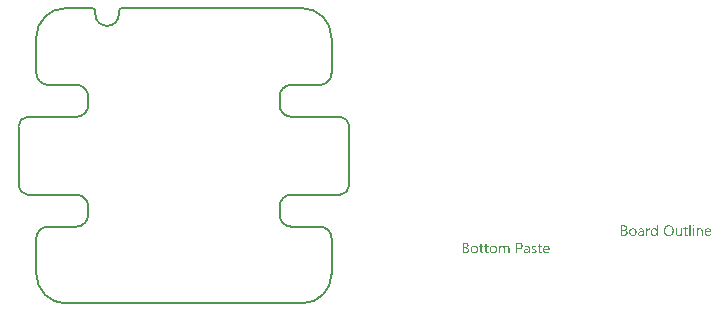
<source format=gbp>
G04*
G04 #@! TF.GenerationSoftware,Altium Limited,Altium Designer,22.4.2 (48)*
G04*
G04 Layer_Color=128*
%FSAX25Y25*%
%MOIN*%
G70*
G04*
G04 #@! TF.SameCoordinates,03BAF07D-572A-4E9D-8DEF-3220CFA764F5*
G04*
G04*
G04 #@! TF.FilePolarity,Positive*
G04*
G01*
G75*
%ADD14C,0.00787*%
G36*
X0169938Y-0023048D02*
X0169966Y-0023054D01*
X0169993Y-0023064D01*
X0170024Y-0023079D01*
X0170055Y-0023098D01*
X0170086Y-0023122D01*
X0170089Y-0023125D01*
X0170098Y-0023135D01*
X0170111Y-0023150D01*
X0170126Y-0023172D01*
X0170139Y-0023200D01*
X0170151Y-0023231D01*
X0170160Y-0023268D01*
X0170163Y-0023308D01*
Y-0023314D01*
Y-0023326D01*
X0170160Y-0023345D01*
X0170154Y-0023373D01*
X0170145Y-0023401D01*
X0170129Y-0023431D01*
X0170111Y-0023462D01*
X0170086Y-0023493D01*
X0170083Y-0023496D01*
X0170074Y-0023506D01*
X0170055Y-0023518D01*
X0170034Y-0023530D01*
X0170006Y-0023543D01*
X0169975Y-0023555D01*
X0169941Y-0023564D01*
X0169901Y-0023567D01*
X0169882D01*
X0169863Y-0023564D01*
X0169836Y-0023558D01*
X0169808Y-0023549D01*
X0169777Y-0023537D01*
X0169746Y-0023521D01*
X0169715Y-0023496D01*
X0169712Y-0023493D01*
X0169703Y-0023484D01*
X0169691Y-0023465D01*
X0169678Y-0023444D01*
X0169666Y-0023419D01*
X0169653Y-0023385D01*
X0169644Y-0023348D01*
X0169641Y-0023308D01*
Y-0023302D01*
Y-0023289D01*
X0169644Y-0023268D01*
X0169650Y-0023243D01*
X0169660Y-0023212D01*
X0169672Y-0023181D01*
X0169691Y-0023150D01*
X0169715Y-0023122D01*
X0169718Y-0023119D01*
X0169728Y-0023110D01*
X0169746Y-0023098D01*
X0169768Y-0023082D01*
X0169796Y-0023070D01*
X0169826Y-0023058D01*
X0169860Y-0023048D01*
X0169901Y-0023045D01*
X0169919D01*
X0169938Y-0023048D01*
D02*
G37*
G36*
X0157970Y-0026713D02*
X0157568D01*
Y-0026290D01*
X0157559D01*
X0157556Y-0026296D01*
X0157547Y-0026311D01*
X0157528Y-0026333D01*
X0157507Y-0026364D01*
X0157476Y-0026401D01*
X0157442Y-0026441D01*
X0157398Y-0026484D01*
X0157346Y-0026531D01*
X0157290Y-0026577D01*
X0157225Y-0026620D01*
X0157154Y-0026660D01*
X0157077Y-0026698D01*
X0156994Y-0026728D01*
X0156901Y-0026750D01*
X0156802Y-0026766D01*
X0156697Y-0026772D01*
X0156675D01*
X0156651Y-0026769D01*
X0156620Y-0026766D01*
X0156580Y-0026763D01*
X0156533Y-0026753D01*
X0156481Y-0026744D01*
X0156425Y-0026728D01*
X0156366Y-0026713D01*
X0156305Y-0026688D01*
X0156243Y-0026664D01*
X0156178Y-0026630D01*
X0156116Y-0026592D01*
X0156054Y-0026546D01*
X0155996Y-0026494D01*
X0155940Y-0026435D01*
X0155937Y-0026432D01*
X0155928Y-0026419D01*
X0155915Y-0026401D01*
X0155897Y-0026373D01*
X0155875Y-0026339D01*
X0155850Y-0026299D01*
X0155826Y-0026250D01*
X0155801Y-0026194D01*
X0155773Y-0026132D01*
X0155748Y-0026064D01*
X0155724Y-0025987D01*
X0155702Y-0025907D01*
X0155684Y-0025820D01*
X0155671Y-0025724D01*
X0155662Y-0025625D01*
X0155659Y-0025520D01*
Y-0025517D01*
Y-0025514D01*
Y-0025505D01*
Y-0025493D01*
X0155662Y-0025462D01*
X0155665Y-0025418D01*
X0155668Y-0025363D01*
X0155674Y-0025304D01*
X0155684Y-0025236D01*
X0155699Y-0025162D01*
X0155714Y-0025085D01*
X0155736Y-0025001D01*
X0155761Y-0024921D01*
X0155792Y-0024834D01*
X0155826Y-0024754D01*
X0155869Y-0024674D01*
X0155915Y-0024596D01*
X0155971Y-0024522D01*
X0155974Y-0024519D01*
X0155986Y-0024507D01*
X0156005Y-0024488D01*
X0156030Y-0024464D01*
X0156061Y-0024436D01*
X0156098Y-0024402D01*
X0156144Y-0024368D01*
X0156193Y-0024334D01*
X0156252Y-0024300D01*
X0156314Y-0024266D01*
X0156382Y-0024232D01*
X0156456Y-0024204D01*
X0156536Y-0024179D01*
X0156623Y-0024161D01*
X0156712Y-0024148D01*
X0156808Y-0024145D01*
X0156830D01*
X0156858Y-0024148D01*
X0156892Y-0024151D01*
X0156935Y-0024158D01*
X0156984Y-0024167D01*
X0157037Y-0024179D01*
X0157096Y-0024195D01*
X0157157Y-0024216D01*
X0157219Y-0024244D01*
X0157281Y-0024278D01*
X0157343Y-0024318D01*
X0157402Y-0024365D01*
X0157460Y-0024417D01*
X0157513Y-0024482D01*
X0157559Y-0024553D01*
X0157568D01*
Y-0022999D01*
X0157970D01*
Y-0026713D01*
D02*
G37*
G36*
X0172184Y-0024148D02*
X0172212D01*
X0172246Y-0024155D01*
X0172286Y-0024161D01*
X0172329Y-0024167D01*
X0172376Y-0024179D01*
X0172425Y-0024192D01*
X0172478Y-0024210D01*
X0172530Y-0024232D01*
X0172583Y-0024260D01*
X0172632Y-0024291D01*
X0172682Y-0024324D01*
X0172728Y-0024368D01*
X0172771Y-0024414D01*
X0172774Y-0024417D01*
X0172781Y-0024426D01*
X0172793Y-0024442D01*
X0172805Y-0024464D01*
X0172821Y-0024491D01*
X0172839Y-0024525D01*
X0172861Y-0024566D01*
X0172882Y-0024609D01*
X0172901Y-0024661D01*
X0172923Y-0024717D01*
X0172941Y-0024782D01*
X0172957Y-0024850D01*
X0172969Y-0024924D01*
X0172981Y-0025004D01*
X0172987Y-0025088D01*
X0172991Y-0025180D01*
Y-0026713D01*
X0172589D01*
Y-0025282D01*
Y-0025279D01*
Y-0025273D01*
Y-0025264D01*
Y-0025248D01*
X0172586Y-0025230D01*
Y-0025208D01*
X0172580Y-0025159D01*
X0172570Y-0025097D01*
X0172558Y-0025029D01*
X0172539Y-0024958D01*
X0172515Y-0024884D01*
X0172484Y-0024810D01*
X0172447Y-0024738D01*
X0172400Y-0024670D01*
X0172342Y-0024609D01*
X0172277Y-0024559D01*
X0172240Y-0024538D01*
X0172196Y-0024519D01*
X0172153Y-0024504D01*
X0172107Y-0024494D01*
X0172057Y-0024488D01*
X0172005Y-0024485D01*
X0171977D01*
X0171956Y-0024488D01*
X0171931Y-0024491D01*
X0171900Y-0024498D01*
X0171866Y-0024504D01*
X0171832Y-0024513D01*
X0171792Y-0024525D01*
X0171751Y-0024541D01*
X0171711Y-0024559D01*
X0171668Y-0024581D01*
X0171628Y-0024609D01*
X0171585Y-0024640D01*
X0171545Y-0024674D01*
X0171507Y-0024714D01*
X0171504Y-0024717D01*
X0171498Y-0024723D01*
X0171489Y-0024735D01*
X0171476Y-0024754D01*
X0171461Y-0024776D01*
X0171446Y-0024803D01*
X0171427Y-0024834D01*
X0171408Y-0024868D01*
X0171390Y-0024908D01*
X0171371Y-0024952D01*
X0171356Y-0024998D01*
X0171341Y-0025047D01*
X0171328Y-0025103D01*
X0171319Y-0025159D01*
X0171313Y-0025221D01*
X0171310Y-0025282D01*
Y-0026713D01*
X0170908D01*
Y-0024204D01*
X0171310D01*
Y-0024621D01*
X0171319D01*
X0171322Y-0024615D01*
X0171331Y-0024600D01*
X0171350Y-0024578D01*
X0171371Y-0024547D01*
X0171402Y-0024510D01*
X0171436Y-0024470D01*
X0171480Y-0024426D01*
X0171529Y-0024383D01*
X0171585Y-0024340D01*
X0171646Y-0024297D01*
X0171714Y-0024257D01*
X0171785Y-0024219D01*
X0171866Y-0024189D01*
X0171952Y-0024167D01*
X0172045Y-0024151D01*
X0172144Y-0024145D01*
X0172162D01*
X0172184Y-0024148D01*
D02*
G37*
G36*
X0155208Y-0024164D02*
X0155242D01*
X0155279Y-0024170D01*
X0155319Y-0024176D01*
X0155359Y-0024182D01*
X0155393Y-0024195D01*
Y-0024612D01*
X0155387Y-0024609D01*
X0155375Y-0024600D01*
X0155350Y-0024587D01*
X0155316Y-0024572D01*
X0155270Y-0024556D01*
X0155220Y-0024544D01*
X0155158Y-0024535D01*
X0155087Y-0024532D01*
X0155062D01*
X0155044Y-0024535D01*
X0155022Y-0024538D01*
X0154998Y-0024544D01*
X0154939Y-0024562D01*
X0154905Y-0024575D01*
X0154871Y-0024590D01*
X0154834Y-0024612D01*
X0154797Y-0024633D01*
X0154763Y-0024661D01*
X0154726Y-0024695D01*
X0154692Y-0024732D01*
X0154658Y-0024776D01*
X0154655Y-0024779D01*
X0154651Y-0024788D01*
X0154642Y-0024800D01*
X0154630Y-0024819D01*
X0154618Y-0024844D01*
X0154602Y-0024874D01*
X0154587Y-0024908D01*
X0154571Y-0024949D01*
X0154556Y-0024992D01*
X0154540Y-0025041D01*
X0154525Y-0025097D01*
X0154512Y-0025156D01*
X0154500Y-0025221D01*
X0154491Y-0025289D01*
X0154488Y-0025360D01*
X0154485Y-0025437D01*
Y-0026713D01*
X0154083D01*
Y-0024204D01*
X0154485D01*
Y-0024723D01*
X0154494D01*
Y-0024720D01*
X0154497Y-0024711D01*
X0154503Y-0024698D01*
X0154509Y-0024680D01*
X0154519Y-0024658D01*
X0154531Y-0024630D01*
X0154559Y-0024572D01*
X0154596Y-0024504D01*
X0154642Y-0024436D01*
X0154695Y-0024371D01*
X0154756Y-0024309D01*
X0154760Y-0024306D01*
X0154766Y-0024303D01*
X0154775Y-0024297D01*
X0154787Y-0024284D01*
X0154803Y-0024275D01*
X0154824Y-0024263D01*
X0154871Y-0024235D01*
X0154930Y-0024207D01*
X0154998Y-0024182D01*
X0155072Y-0024167D01*
X0155112Y-0024164D01*
X0155152Y-0024161D01*
X0155177D01*
X0155208Y-0024164D01*
D02*
G37*
G36*
X0165970Y-0026713D02*
X0165568D01*
Y-0026318D01*
X0165559D01*
X0165556Y-0026324D01*
X0165547Y-0026336D01*
X0165531Y-0026361D01*
X0165513Y-0026389D01*
X0165485Y-0026423D01*
X0165451Y-0026460D01*
X0165414Y-0026503D01*
X0165368Y-0026543D01*
X0165318Y-0026586D01*
X0165259Y-0026627D01*
X0165198Y-0026667D01*
X0165127Y-0026701D01*
X0165049Y-0026728D01*
X0164969Y-0026753D01*
X0164879Y-0026766D01*
X0164784Y-0026772D01*
X0164762D01*
X0164746Y-0026769D01*
X0164725D01*
X0164700Y-0026766D01*
X0164672Y-0026759D01*
X0164645Y-0026756D01*
X0164576Y-0026738D01*
X0164499Y-0026716D01*
X0164419Y-0026682D01*
X0164379Y-0026660D01*
X0164336Y-0026639D01*
X0164292Y-0026611D01*
X0164252Y-0026583D01*
X0164212Y-0026549D01*
X0164172Y-0026512D01*
X0164132Y-0026469D01*
X0164094Y-0026426D01*
X0164060Y-0026376D01*
X0164026Y-0026321D01*
X0163999Y-0026262D01*
X0163971Y-0026200D01*
X0163946Y-0026132D01*
X0163925Y-0026058D01*
X0163909Y-0025978D01*
X0163897Y-0025894D01*
X0163891Y-0025802D01*
X0163888Y-0025706D01*
Y-0024204D01*
X0164286D01*
Y-0025641D01*
Y-0025644D01*
Y-0025650D01*
Y-0025659D01*
Y-0025675D01*
X0164289Y-0025693D01*
Y-0025715D01*
X0164295Y-0025764D01*
X0164305Y-0025826D01*
X0164317Y-0025891D01*
X0164339Y-0025965D01*
X0164363Y-0026036D01*
X0164394Y-0026111D01*
X0164434Y-0026185D01*
X0164484Y-0026250D01*
X0164543Y-0026311D01*
X0164614Y-0026361D01*
X0164651Y-0026382D01*
X0164694Y-0026401D01*
X0164740Y-0026416D01*
X0164787Y-0026426D01*
X0164839Y-0026432D01*
X0164895Y-0026435D01*
X0164923D01*
X0164944Y-0026432D01*
X0164969Y-0026429D01*
X0164997Y-0026423D01*
X0165031Y-0026416D01*
X0165065Y-0026407D01*
X0165102Y-0026398D01*
X0165142Y-0026382D01*
X0165182Y-0026364D01*
X0165222Y-0026342D01*
X0165262Y-0026318D01*
X0165303Y-0026290D01*
X0165340Y-0026256D01*
X0165377Y-0026219D01*
X0165380Y-0026215D01*
X0165386Y-0026209D01*
X0165395Y-0026197D01*
X0165408Y-0026178D01*
X0165420Y-0026157D01*
X0165439Y-0026132D01*
X0165454Y-0026101D01*
X0165473Y-0026067D01*
X0165491Y-0026027D01*
X0165507Y-0025984D01*
X0165525Y-0025937D01*
X0165538Y-0025888D01*
X0165550Y-0025832D01*
X0165559Y-0025777D01*
X0165565Y-0025715D01*
X0165568Y-0025650D01*
Y-0024204D01*
X0165970D01*
Y-0026713D01*
D02*
G37*
G36*
X0170095D02*
X0169694D01*
Y-0024204D01*
X0170095D01*
Y-0026713D01*
D02*
G37*
G36*
X0168881D02*
X0168479D01*
Y-0022999D01*
X0168881D01*
Y-0026713D01*
D02*
G37*
G36*
X0152479Y-0024148D02*
X0152501D01*
X0152523Y-0024151D01*
X0152550Y-0024155D01*
X0152581Y-0024161D01*
X0152646Y-0024173D01*
X0152723Y-0024195D01*
X0152801Y-0024223D01*
X0152884Y-0024263D01*
X0152967Y-0024312D01*
X0153008Y-0024340D01*
X0153048Y-0024374D01*
X0153085Y-0024411D01*
X0153122Y-0024448D01*
X0153156Y-0024491D01*
X0153187Y-0024541D01*
X0153218Y-0024590D01*
X0153245Y-0024646D01*
X0153267Y-0024708D01*
X0153289Y-0024772D01*
X0153304Y-0024840D01*
X0153317Y-0024918D01*
X0153323Y-0024995D01*
X0153326Y-0025082D01*
Y-0026713D01*
X0152924D01*
Y-0026324D01*
X0152915D01*
X0152912Y-0026330D01*
X0152902Y-0026342D01*
X0152887Y-0026364D01*
X0152865Y-0026395D01*
X0152838Y-0026429D01*
X0152804Y-0026466D01*
X0152767Y-0026506D01*
X0152720Y-0026546D01*
X0152668Y-0026589D01*
X0152612Y-0026630D01*
X0152547Y-0026667D01*
X0152479Y-0026701D01*
X0152402Y-0026732D01*
X0152322Y-0026753D01*
X0152235Y-0026766D01*
X0152142Y-0026772D01*
X0152105D01*
X0152081Y-0026769D01*
X0152050Y-0026766D01*
X0152013Y-0026763D01*
X0151972Y-0026756D01*
X0151929Y-0026747D01*
X0151833Y-0026722D01*
X0151787Y-0026707D01*
X0151738Y-0026688D01*
X0151688Y-0026667D01*
X0151642Y-0026639D01*
X0151599Y-0026608D01*
X0151555Y-0026574D01*
X0151552Y-0026571D01*
X0151546Y-0026565D01*
X0151537Y-0026552D01*
X0151521Y-0026537D01*
X0151506Y-0026518D01*
X0151490Y-0026494D01*
X0151469Y-0026466D01*
X0151450Y-0026435D01*
X0151432Y-0026398D01*
X0151413Y-0026358D01*
X0151395Y-0026314D01*
X0151379Y-0026268D01*
X0151364Y-0026219D01*
X0151354Y-0026166D01*
X0151348Y-0026107D01*
X0151345Y-0026049D01*
Y-0026046D01*
Y-0026039D01*
Y-0026030D01*
X0151348Y-0026018D01*
Y-0026002D01*
X0151351Y-0025984D01*
X0151357Y-0025937D01*
X0151370Y-0025882D01*
X0151388Y-0025820D01*
X0151413Y-0025752D01*
X0151450Y-0025681D01*
X0151494Y-0025610D01*
X0151546Y-0025539D01*
X0151580Y-0025505D01*
X0151614Y-0025471D01*
X0151654Y-0025437D01*
X0151694Y-0025406D01*
X0151741Y-0025375D01*
X0151790Y-0025347D01*
X0151843Y-0025322D01*
X0151901Y-0025298D01*
X0151963Y-0025276D01*
X0152028Y-0025258D01*
X0152099Y-0025242D01*
X0152173Y-0025230D01*
X0152924Y-0025125D01*
Y-0025122D01*
Y-0025119D01*
Y-0025109D01*
Y-0025097D01*
X0152921Y-0025066D01*
X0152915Y-0025026D01*
X0152909Y-0024976D01*
X0152896Y-0024921D01*
X0152881Y-0024865D01*
X0152859Y-0024803D01*
X0152831Y-0024745D01*
X0152797Y-0024686D01*
X0152757Y-0024633D01*
X0152708Y-0024584D01*
X0152646Y-0024544D01*
X0152578Y-0024513D01*
X0152541Y-0024501D01*
X0152498Y-0024491D01*
X0152454Y-0024488D01*
X0152408Y-0024485D01*
X0152386D01*
X0152365Y-0024488D01*
X0152331Y-0024491D01*
X0152291Y-0024494D01*
X0152244Y-0024501D01*
X0152192Y-0024510D01*
X0152136Y-0024522D01*
X0152074Y-0024541D01*
X0152009Y-0024559D01*
X0151942Y-0024584D01*
X0151871Y-0024615D01*
X0151799Y-0024652D01*
X0151728Y-0024692D01*
X0151657Y-0024738D01*
X0151589Y-0024794D01*
Y-0024383D01*
X0151592Y-0024380D01*
X0151605Y-0024374D01*
X0151626Y-0024362D01*
X0151654Y-0024346D01*
X0151691Y-0024328D01*
X0151731Y-0024309D01*
X0151781Y-0024287D01*
X0151837Y-0024263D01*
X0151895Y-0024241D01*
X0151960Y-0024219D01*
X0152031Y-0024201D01*
X0152105Y-0024182D01*
X0152186Y-0024167D01*
X0152266Y-0024155D01*
X0152352Y-0024148D01*
X0152442Y-0024145D01*
X0152464D01*
X0152479Y-0024148D01*
D02*
G37*
G36*
X0146843Y-0023203D02*
X0146880Y-0023206D01*
X0146923Y-0023212D01*
X0146973Y-0023218D01*
X0147028Y-0023227D01*
X0147084Y-0023240D01*
X0147143Y-0023255D01*
X0147205Y-0023274D01*
X0147263Y-0023295D01*
X0147325Y-0023320D01*
X0147381Y-0023351D01*
X0147436Y-0023385D01*
X0147489Y-0023425D01*
X0147492Y-0023428D01*
X0147501Y-0023435D01*
X0147514Y-0023447D01*
X0147529Y-0023465D01*
X0147551Y-0023487D01*
X0147572Y-0023515D01*
X0147597Y-0023546D01*
X0147622Y-0023580D01*
X0147646Y-0023620D01*
X0147671Y-0023663D01*
X0147693Y-0023713D01*
X0147714Y-0023762D01*
X0147730Y-0023818D01*
X0147742Y-0023876D01*
X0147751Y-0023938D01*
X0147755Y-0024003D01*
Y-0024006D01*
Y-0024015D01*
Y-0024031D01*
X0147751Y-0024053D01*
X0147748Y-0024080D01*
X0147745Y-0024108D01*
X0147742Y-0024142D01*
X0147736Y-0024179D01*
X0147714Y-0024263D01*
X0147687Y-0024349D01*
X0147668Y-0024396D01*
X0147646Y-0024439D01*
X0147622Y-0024482D01*
X0147594Y-0024525D01*
X0147591Y-0024528D01*
X0147588Y-0024535D01*
X0147578Y-0024547D01*
X0147563Y-0024562D01*
X0147548Y-0024578D01*
X0147529Y-0024600D01*
X0147504Y-0024621D01*
X0147480Y-0024646D01*
X0147449Y-0024670D01*
X0147415Y-0024698D01*
X0147378Y-0024723D01*
X0147337Y-0024751D01*
X0147294Y-0024776D01*
X0147251Y-0024797D01*
X0147149Y-0024837D01*
Y-0024847D01*
X0147152D01*
X0147164Y-0024850D01*
X0147183Y-0024853D01*
X0147208Y-0024856D01*
X0147239Y-0024862D01*
X0147273Y-0024871D01*
X0147313Y-0024884D01*
X0147353Y-0024896D01*
X0147442Y-0024930D01*
X0147492Y-0024952D01*
X0147538Y-0024980D01*
X0147585Y-0025007D01*
X0147631Y-0025038D01*
X0147677Y-0025075D01*
X0147717Y-0025115D01*
X0147721Y-0025119D01*
X0147727Y-0025125D01*
X0147736Y-0025137D01*
X0147751Y-0025156D01*
X0147767Y-0025180D01*
X0147785Y-0025205D01*
X0147804Y-0025239D01*
X0147826Y-0025273D01*
X0147844Y-0025313D01*
X0147863Y-0025360D01*
X0147881Y-0025406D01*
X0147897Y-0025458D01*
X0147912Y-0025517D01*
X0147921Y-0025576D01*
X0147928Y-0025638D01*
X0147931Y-0025706D01*
Y-0025712D01*
Y-0025724D01*
X0147928Y-0025749D01*
X0147924Y-0025780D01*
X0147921Y-0025820D01*
X0147912Y-0025863D01*
X0147903Y-0025913D01*
X0147890Y-0025965D01*
X0147872Y-0026024D01*
X0147850Y-0026083D01*
X0147826Y-0026141D01*
X0147795Y-0026203D01*
X0147758Y-0026265D01*
X0147714Y-0026324D01*
X0147665Y-0026379D01*
X0147606Y-0026435D01*
X0147603Y-0026438D01*
X0147591Y-0026447D01*
X0147572Y-0026460D01*
X0147548Y-0026478D01*
X0147517Y-0026500D01*
X0147476Y-0026521D01*
X0147433Y-0026549D01*
X0147384Y-0026574D01*
X0147325Y-0026599D01*
X0147263Y-0026623D01*
X0147198Y-0026648D01*
X0147124Y-0026670D01*
X0147047Y-0026688D01*
X0146967Y-0026701D01*
X0146880Y-0026710D01*
X0146791Y-0026713D01*
X0145768D01*
Y-0023200D01*
X0146809D01*
X0146843Y-0023203D01*
D02*
G37*
G36*
X0167311Y-0024204D02*
X0167945D01*
Y-0024550D01*
X0167311D01*
Y-0025962D01*
Y-0025965D01*
Y-0025975D01*
Y-0025987D01*
Y-0026002D01*
X0167314Y-0026024D01*
X0167317Y-0026049D01*
X0167324Y-0026101D01*
X0167333Y-0026163D01*
X0167348Y-0026222D01*
X0167370Y-0026277D01*
X0167382Y-0026302D01*
X0167398Y-0026324D01*
X0167401Y-0026327D01*
X0167413Y-0026339D01*
X0167435Y-0026358D01*
X0167466Y-0026376D01*
X0167506Y-0026398D01*
X0167555Y-0026413D01*
X0167614Y-0026426D01*
X0167682Y-0026432D01*
X0167707D01*
X0167735Y-0026429D01*
X0167772Y-0026423D01*
X0167812Y-0026410D01*
X0167858Y-0026398D01*
X0167901Y-0026376D01*
X0167945Y-0026348D01*
Y-0026691D01*
X0167942D01*
X0167938Y-0026695D01*
X0167929Y-0026698D01*
X0167920Y-0026704D01*
X0167886Y-0026716D01*
X0167846Y-0026728D01*
X0167790Y-0026741D01*
X0167725Y-0026753D01*
X0167651Y-0026763D01*
X0167568Y-0026766D01*
X0167540D01*
X0167506Y-0026759D01*
X0167466Y-0026753D01*
X0167416Y-0026744D01*
X0167361Y-0026725D01*
X0167299Y-0026704D01*
X0167240Y-0026673D01*
X0167178Y-0026636D01*
X0167116Y-0026586D01*
X0167061Y-0026528D01*
X0167036Y-0026494D01*
X0167011Y-0026456D01*
X0166990Y-0026416D01*
X0166971Y-0026373D01*
X0166953Y-0026327D01*
X0166937Y-0026274D01*
X0166925Y-0026222D01*
X0166916Y-0026163D01*
X0166913Y-0026101D01*
X0166910Y-0026033D01*
Y-0024550D01*
X0166480D01*
Y-0024204D01*
X0166910D01*
Y-0023592D01*
X0167311Y-0023462D01*
Y-0024204D01*
D02*
G37*
G36*
X0174780Y-0024148D02*
X0174814Y-0024151D01*
X0174857Y-0024155D01*
X0174903Y-0024161D01*
X0174956Y-0024173D01*
X0175012Y-0024185D01*
X0175073Y-0024201D01*
X0175135Y-0024223D01*
X0175197Y-0024250D01*
X0175262Y-0024281D01*
X0175324Y-0024318D01*
X0175382Y-0024362D01*
X0175441Y-0024411D01*
X0175494Y-0024467D01*
X0175497Y-0024470D01*
X0175506Y-0024482D01*
X0175518Y-0024501D01*
X0175537Y-0024525D01*
X0175555Y-0024556D01*
X0175580Y-0024596D01*
X0175605Y-0024643D01*
X0175629Y-0024695D01*
X0175654Y-0024757D01*
X0175679Y-0024822D01*
X0175704Y-0024896D01*
X0175722Y-0024973D01*
X0175741Y-0025060D01*
X0175753Y-0025150D01*
X0175762Y-0025248D01*
X0175765Y-0025350D01*
Y-0025561D01*
X0173992D01*
Y-0025567D01*
Y-0025579D01*
X0173995Y-0025601D01*
X0173998Y-0025628D01*
X0174001Y-0025666D01*
X0174007Y-0025706D01*
X0174013Y-0025749D01*
X0174026Y-0025798D01*
X0174054Y-0025903D01*
X0174072Y-0025956D01*
X0174094Y-0026012D01*
X0174118Y-0026064D01*
X0174146Y-0026117D01*
X0174180Y-0026163D01*
X0174217Y-0026209D01*
X0174220Y-0026212D01*
X0174227Y-0026219D01*
X0174239Y-0026231D01*
X0174258Y-0026243D01*
X0174279Y-0026262D01*
X0174307Y-0026280D01*
X0174338Y-0026302D01*
X0174372Y-0026321D01*
X0174412Y-0026342D01*
X0174458Y-0026364D01*
X0174505Y-0026382D01*
X0174560Y-0026401D01*
X0174616Y-0026413D01*
X0174678Y-0026426D01*
X0174743Y-0026432D01*
X0174811Y-0026435D01*
X0174829D01*
X0174851Y-0026432D01*
X0174882D01*
X0174919Y-0026426D01*
X0174962Y-0026419D01*
X0175012Y-0026410D01*
X0175067Y-0026401D01*
X0175126Y-0026386D01*
X0175188Y-0026367D01*
X0175252Y-0026345D01*
X0175317Y-0026318D01*
X0175385Y-0026287D01*
X0175453Y-0026250D01*
X0175521Y-0026206D01*
X0175589Y-0026157D01*
Y-0026534D01*
X0175586Y-0026537D01*
X0175574Y-0026543D01*
X0175555Y-0026555D01*
X0175531Y-0026571D01*
X0175497Y-0026589D01*
X0175456Y-0026608D01*
X0175410Y-0026630D01*
X0175357Y-0026651D01*
X0175296Y-0026676D01*
X0175231Y-0026698D01*
X0175160Y-0026716D01*
X0175083Y-0026735D01*
X0174999Y-0026750D01*
X0174909Y-0026763D01*
X0174814Y-0026769D01*
X0174715Y-0026772D01*
X0174690D01*
X0174665Y-0026769D01*
X0174628Y-0026766D01*
X0174582Y-0026763D01*
X0174529Y-0026753D01*
X0174474Y-0026744D01*
X0174412Y-0026728D01*
X0174347Y-0026710D01*
X0174279Y-0026688D01*
X0174208Y-0026660D01*
X0174140Y-0026630D01*
X0174069Y-0026589D01*
X0174004Y-0026543D01*
X0173939Y-0026491D01*
X0173881Y-0026432D01*
X0173877Y-0026429D01*
X0173868Y-0026416D01*
X0173853Y-0026395D01*
X0173834Y-0026367D01*
X0173810Y-0026333D01*
X0173785Y-0026290D01*
X0173757Y-0026240D01*
X0173729Y-0026182D01*
X0173701Y-0026120D01*
X0173673Y-0026046D01*
X0173649Y-0025968D01*
X0173624Y-0025882D01*
X0173606Y-0025789D01*
X0173590Y-0025690D01*
X0173581Y-0025582D01*
X0173578Y-0025471D01*
Y-0025468D01*
Y-0025465D01*
Y-0025455D01*
Y-0025446D01*
X0173581Y-0025415D01*
X0173584Y-0025372D01*
X0173587Y-0025322D01*
X0173596Y-0025267D01*
X0173606Y-0025202D01*
X0173618Y-0025131D01*
X0173636Y-0025057D01*
X0173658Y-0024980D01*
X0173686Y-0024899D01*
X0173717Y-0024819D01*
X0173754Y-0024742D01*
X0173800Y-0024661D01*
X0173850Y-0024587D01*
X0173908Y-0024516D01*
X0173911Y-0024513D01*
X0173924Y-0024501D01*
X0173942Y-0024482D01*
X0173967Y-0024457D01*
X0174001Y-0024430D01*
X0174041Y-0024399D01*
X0174084Y-0024365D01*
X0174137Y-0024331D01*
X0174193Y-0024297D01*
X0174258Y-0024263D01*
X0174326Y-0024232D01*
X0174397Y-0024204D01*
X0174474Y-0024179D01*
X0174557Y-0024161D01*
X0174644Y-0024148D01*
X0174733Y-0024145D01*
X0174755D01*
X0174780Y-0024148D01*
D02*
G37*
G36*
X0161737Y-0023144D02*
X0161758D01*
X0161780Y-0023147D01*
X0161808D01*
X0161870Y-0023156D01*
X0161941Y-0023166D01*
X0162021Y-0023181D01*
X0162108Y-0023203D01*
X0162197Y-0023227D01*
X0162293Y-0023261D01*
X0162389Y-0023302D01*
X0162488Y-0023348D01*
X0162587Y-0023404D01*
X0162679Y-0023469D01*
X0162772Y-0023546D01*
X0162858Y-0023632D01*
X0162865Y-0023639D01*
X0162877Y-0023654D01*
X0162899Y-0023682D01*
X0162930Y-0023722D01*
X0162961Y-0023771D01*
X0163001Y-0023830D01*
X0163041Y-0023898D01*
X0163081Y-0023975D01*
X0163121Y-0024065D01*
X0163161Y-0024161D01*
X0163201Y-0024266D01*
X0163235Y-0024380D01*
X0163263Y-0024504D01*
X0163285Y-0024633D01*
X0163297Y-0024769D01*
X0163303Y-0024915D01*
Y-0024918D01*
Y-0024924D01*
Y-0024936D01*
Y-0024952D01*
X0163300Y-0024973D01*
Y-0024998D01*
X0163297Y-0025026D01*
Y-0025057D01*
X0163294Y-0025091D01*
X0163291Y-0025128D01*
X0163279Y-0025211D01*
X0163266Y-0025307D01*
X0163248Y-0025406D01*
X0163223Y-0025514D01*
X0163192Y-0025625D01*
X0163155Y-0025737D01*
X0163112Y-0025851D01*
X0163059Y-0025962D01*
X0162998Y-0026073D01*
X0162926Y-0026175D01*
X0162846Y-0026274D01*
X0162840Y-0026280D01*
X0162824Y-0026296D01*
X0162800Y-0026321D01*
X0162763Y-0026351D01*
X0162716Y-0026389D01*
X0162661Y-0026432D01*
X0162599Y-0026475D01*
X0162525Y-0026521D01*
X0162441Y-0026568D01*
X0162349Y-0026614D01*
X0162250Y-0026657D01*
X0162142Y-0026695D01*
X0162024Y-0026725D01*
X0161901Y-0026750D01*
X0161768Y-0026766D01*
X0161629Y-0026772D01*
X0161595D01*
X0161579Y-0026769D01*
X0161558D01*
X0161533Y-0026766D01*
X0161505Y-0026763D01*
X0161440Y-0026756D01*
X0161369Y-0026747D01*
X0161286Y-0026732D01*
X0161199Y-0026710D01*
X0161103Y-0026685D01*
X0161008Y-0026651D01*
X0160909Y-0026611D01*
X0160807Y-0026565D01*
X0160708Y-0026509D01*
X0160612Y-0026441D01*
X0160516Y-0026367D01*
X0160430Y-0026280D01*
X0160424Y-0026274D01*
X0160411Y-0026259D01*
X0160390Y-0026231D01*
X0160359Y-0026191D01*
X0160325Y-0026141D01*
X0160288Y-0026083D01*
X0160248Y-0026015D01*
X0160207Y-0025934D01*
X0160164Y-0025848D01*
X0160124Y-0025752D01*
X0160087Y-0025647D01*
X0160053Y-0025533D01*
X0160022Y-0025409D01*
X0160000Y-0025279D01*
X0159988Y-0025143D01*
X0159982Y-0024998D01*
Y-0024995D01*
Y-0024989D01*
Y-0024976D01*
Y-0024961D01*
X0159985Y-0024939D01*
Y-0024918D01*
X0159988Y-0024890D01*
Y-0024859D01*
X0159991Y-0024825D01*
X0159997Y-0024785D01*
X0160006Y-0024704D01*
X0160019Y-0024612D01*
X0160040Y-0024513D01*
X0160062Y-0024405D01*
X0160093Y-0024297D01*
X0160130Y-0024185D01*
X0160173Y-0024071D01*
X0160226Y-0023960D01*
X0160288Y-0023852D01*
X0160359Y-0023747D01*
X0160439Y-0023648D01*
X0160445Y-0023642D01*
X0160461Y-0023626D01*
X0160485Y-0023601D01*
X0160522Y-0023567D01*
X0160569Y-0023530D01*
X0160627Y-0023487D01*
X0160692Y-0023441D01*
X0160767Y-0023394D01*
X0160853Y-0023348D01*
X0160946Y-0023302D01*
X0161048Y-0023258D01*
X0161159Y-0023221D01*
X0161279Y-0023187D01*
X0161406Y-0023163D01*
X0161542Y-0023147D01*
X0161687Y-0023141D01*
X0161718D01*
X0161737Y-0023144D01*
D02*
G37*
G36*
X0149751Y-0024148D02*
X0149791Y-0024151D01*
X0149837Y-0024155D01*
X0149893Y-0024164D01*
X0149952Y-0024173D01*
X0150016Y-0024189D01*
X0150087Y-0024207D01*
X0150159Y-0024229D01*
X0150230Y-0024257D01*
X0150304Y-0024291D01*
X0150375Y-0024331D01*
X0150446Y-0024377D01*
X0150511Y-0024430D01*
X0150573Y-0024491D01*
X0150576Y-0024494D01*
X0150585Y-0024507D01*
X0150601Y-0024528D01*
X0150622Y-0024556D01*
X0150647Y-0024590D01*
X0150672Y-0024633D01*
X0150702Y-0024683D01*
X0150730Y-0024742D01*
X0150761Y-0024806D01*
X0150789Y-0024878D01*
X0150814Y-0024955D01*
X0150838Y-0025041D01*
X0150860Y-0025134D01*
X0150875Y-0025233D01*
X0150885Y-0025338D01*
X0150888Y-0025449D01*
Y-0025452D01*
Y-0025455D01*
Y-0025465D01*
Y-0025477D01*
X0150885Y-0025508D01*
X0150882Y-0025548D01*
X0150879Y-0025601D01*
X0150869Y-0025659D01*
X0150860Y-0025724D01*
X0150845Y-0025795D01*
X0150826Y-0025870D01*
X0150804Y-0025950D01*
X0150777Y-0026030D01*
X0150746Y-0026111D01*
X0150706Y-0026191D01*
X0150659Y-0026268D01*
X0150607Y-0026342D01*
X0150548Y-0026413D01*
X0150545Y-0026416D01*
X0150532Y-0026429D01*
X0150514Y-0026447D01*
X0150486Y-0026469D01*
X0150452Y-0026497D01*
X0150412Y-0026528D01*
X0150363Y-0026559D01*
X0150307Y-0026592D01*
X0150245Y-0026627D01*
X0150177Y-0026657D01*
X0150103Y-0026688D01*
X0150023Y-0026716D01*
X0149933Y-0026738D01*
X0149840Y-0026756D01*
X0149744Y-0026769D01*
X0149639Y-0026772D01*
X0149615D01*
X0149587Y-0026769D01*
X0149547Y-0026766D01*
X0149500Y-0026763D01*
X0149445Y-0026753D01*
X0149386Y-0026744D01*
X0149321Y-0026728D01*
X0149250Y-0026710D01*
X0149179Y-0026685D01*
X0149105Y-0026657D01*
X0149031Y-0026623D01*
X0148957Y-0026583D01*
X0148882Y-0026537D01*
X0148814Y-0026484D01*
X0148750Y-0026423D01*
X0148747Y-0026419D01*
X0148734Y-0026407D01*
X0148719Y-0026386D01*
X0148697Y-0026358D01*
X0148672Y-0026324D01*
X0148644Y-0026280D01*
X0148617Y-0026231D01*
X0148586Y-0026172D01*
X0148555Y-0026111D01*
X0148524Y-0026039D01*
X0148496Y-0025962D01*
X0148471Y-0025879D01*
X0148450Y-0025792D01*
X0148434Y-0025696D01*
X0148422Y-0025594D01*
X0148419Y-0025489D01*
Y-0025486D01*
Y-0025483D01*
Y-0025474D01*
Y-0025462D01*
X0148422Y-0025428D01*
X0148425Y-0025384D01*
X0148428Y-0025332D01*
X0148438Y-0025270D01*
X0148447Y-0025202D01*
X0148462Y-0025128D01*
X0148481Y-0025051D01*
X0148502Y-0024970D01*
X0148530Y-0024887D01*
X0148564Y-0024803D01*
X0148604Y-0024723D01*
X0148648Y-0024646D01*
X0148700Y-0024572D01*
X0148762Y-0024501D01*
X0148765Y-0024498D01*
X0148777Y-0024485D01*
X0148799Y-0024467D01*
X0148827Y-0024445D01*
X0148861Y-0024417D01*
X0148904Y-0024389D01*
X0148953Y-0024355D01*
X0149009Y-0024321D01*
X0149071Y-0024291D01*
X0149142Y-0024257D01*
X0149219Y-0024229D01*
X0149303Y-0024201D01*
X0149392Y-0024179D01*
X0149488Y-0024161D01*
X0149590Y-0024148D01*
X0149698Y-0024145D01*
X0149723D01*
X0149751Y-0024148D01*
D02*
G37*
G36*
X0116947Y-0029955D02*
X0116975D01*
X0117009Y-0029959D01*
X0117046Y-0029962D01*
X0117086Y-0029968D01*
X0117179Y-0029980D01*
X0117275Y-0030002D01*
X0117377Y-0030030D01*
X0117476Y-0030067D01*
Y-0030474D01*
X0117473Y-0030471D01*
X0117463Y-0030465D01*
X0117448Y-0030459D01*
X0117426Y-0030447D01*
X0117402Y-0030431D01*
X0117371Y-0030416D01*
X0117334Y-0030400D01*
X0117294Y-0030382D01*
X0117247Y-0030366D01*
X0117201Y-0030351D01*
X0117148Y-0030336D01*
X0117093Y-0030320D01*
X0117031Y-0030308D01*
X0116969Y-0030301D01*
X0116907Y-0030295D01*
X0116839Y-0030292D01*
X0116799D01*
X0116771Y-0030295D01*
X0116740Y-0030298D01*
X0116706Y-0030305D01*
X0116635Y-0030320D01*
X0116632D01*
X0116620Y-0030323D01*
X0116604Y-0030329D01*
X0116583Y-0030339D01*
X0116533Y-0030360D01*
X0116481Y-0030391D01*
X0116478Y-0030394D01*
X0116472Y-0030400D01*
X0116459Y-0030410D01*
X0116444Y-0030422D01*
X0116410Y-0030456D01*
X0116379Y-0030502D01*
Y-0030505D01*
X0116373Y-0030515D01*
X0116370Y-0030527D01*
X0116363Y-0030546D01*
X0116357Y-0030564D01*
X0116351Y-0030589D01*
X0116348Y-0030617D01*
X0116345Y-0030645D01*
Y-0030648D01*
Y-0030660D01*
X0116348Y-0030678D01*
Y-0030703D01*
X0116354Y-0030728D01*
X0116360Y-0030756D01*
X0116367Y-0030784D01*
X0116379Y-0030811D01*
X0116382Y-0030814D01*
X0116385Y-0030824D01*
X0116394Y-0030836D01*
X0116407Y-0030852D01*
X0116422Y-0030867D01*
X0116438Y-0030889D01*
X0116484Y-0030929D01*
X0116487Y-0030932D01*
X0116496Y-0030938D01*
X0116512Y-0030947D01*
X0116530Y-0030960D01*
X0116555Y-0030972D01*
X0116583Y-0030988D01*
X0116617Y-0031006D01*
X0116651Y-0031021D01*
X0116654Y-0031025D01*
X0116669Y-0031028D01*
X0116688Y-0031037D01*
X0116716Y-0031046D01*
X0116750Y-0031062D01*
X0116787Y-0031077D01*
X0116827Y-0031093D01*
X0116873Y-0031111D01*
X0116876D01*
X0116879Y-0031114D01*
X0116889Y-0031117D01*
X0116901Y-0031120D01*
X0116932Y-0031133D01*
X0116972Y-0031151D01*
X0117018Y-0031170D01*
X0117071Y-0031191D01*
X0117123Y-0031216D01*
X0117173Y-0031241D01*
X0117176D01*
X0117179Y-0031244D01*
X0117195Y-0031253D01*
X0117219Y-0031266D01*
X0117250Y-0031284D01*
X0117287Y-0031309D01*
X0117324Y-0031334D01*
X0117361Y-0031365D01*
X0117399Y-0031395D01*
X0117402Y-0031398D01*
X0117414Y-0031411D01*
X0117429Y-0031426D01*
X0117451Y-0031451D01*
X0117473Y-0031479D01*
X0117497Y-0031513D01*
X0117519Y-0031550D01*
X0117541Y-0031590D01*
X0117544Y-0031596D01*
X0117550Y-0031609D01*
X0117556Y-0031633D01*
X0117565Y-0031664D01*
X0117575Y-0031701D01*
X0117584Y-0031745D01*
X0117587Y-0031794D01*
X0117590Y-0031850D01*
Y-0031853D01*
Y-0031859D01*
Y-0031868D01*
Y-0031881D01*
X0117587Y-0031914D01*
X0117581Y-0031961D01*
X0117569Y-0032010D01*
X0117556Y-0032066D01*
X0117534Y-0032122D01*
X0117507Y-0032174D01*
X0117504Y-0032180D01*
X0117491Y-0032196D01*
X0117473Y-0032220D01*
X0117448Y-0032254D01*
X0117417Y-0032288D01*
X0117380Y-0032329D01*
X0117337Y-0032366D01*
X0117287Y-0032403D01*
X0117281Y-0032406D01*
X0117263Y-0032418D01*
X0117235Y-0032434D01*
X0117198Y-0032452D01*
X0117151Y-0032474D01*
X0117096Y-0032495D01*
X0117037Y-0032517D01*
X0116972Y-0032536D01*
X0116969D01*
X0116963Y-0032539D01*
X0116954D01*
X0116941Y-0032542D01*
X0116926Y-0032545D01*
X0116907Y-0032548D01*
X0116861Y-0032557D01*
X0116802Y-0032566D01*
X0116740Y-0032573D01*
X0116672Y-0032576D01*
X0116598Y-0032579D01*
X0116561D01*
X0116533Y-0032576D01*
X0116499D01*
X0116462Y-0032570D01*
X0116416Y-0032566D01*
X0116370Y-0032560D01*
X0116317Y-0032551D01*
X0116264Y-0032542D01*
X0116153Y-0032517D01*
X0116039Y-0032480D01*
X0115983Y-0032455D01*
X0115928Y-0032430D01*
Y-0032001D01*
X0115931Y-0032004D01*
X0115943Y-0032010D01*
X0115962Y-0032023D01*
X0115986Y-0032038D01*
X0116017Y-0032057D01*
X0116051Y-0032078D01*
X0116095Y-0032100D01*
X0116141Y-0032122D01*
X0116193Y-0032143D01*
X0116249Y-0032165D01*
X0116308Y-0032186D01*
X0116370Y-0032205D01*
X0116438Y-0032220D01*
X0116506Y-0032233D01*
X0116577Y-0032239D01*
X0116651Y-0032242D01*
X0116672D01*
X0116700Y-0032239D01*
X0116734Y-0032236D01*
X0116774Y-0032230D01*
X0116818Y-0032223D01*
X0116867Y-0032211D01*
X0116917Y-0032199D01*
X0116963Y-0032180D01*
X0117012Y-0032155D01*
X0117055Y-0032128D01*
X0117096Y-0032094D01*
X0117130Y-0032054D01*
X0117157Y-0032007D01*
X0117173Y-0031952D01*
X0117179Y-0031921D01*
Y-0031890D01*
Y-0031887D01*
Y-0031871D01*
X0117176Y-0031853D01*
X0117173Y-0031831D01*
X0117167Y-0031803D01*
X0117161Y-0031775D01*
X0117148Y-0031748D01*
X0117133Y-0031720D01*
X0117130Y-0031717D01*
X0117123Y-0031708D01*
X0117114Y-0031695D01*
X0117102Y-0031677D01*
X0117083Y-0031658D01*
X0117065Y-0031636D01*
X0117040Y-0031618D01*
X0117012Y-0031596D01*
X0117009Y-0031593D01*
X0117000Y-0031587D01*
X0116981Y-0031578D01*
X0116960Y-0031562D01*
X0116935Y-0031547D01*
X0116904Y-0031531D01*
X0116867Y-0031516D01*
X0116830Y-0031500D01*
X0116824Y-0031497D01*
X0116811Y-0031494D01*
X0116790Y-0031485D01*
X0116762Y-0031473D01*
X0116731Y-0031457D01*
X0116691Y-0031442D01*
X0116651Y-0031426D01*
X0116607Y-0031408D01*
X0116604D01*
X0116601Y-0031405D01*
X0116592Y-0031402D01*
X0116580Y-0031395D01*
X0116549Y-0031383D01*
X0116509Y-0031367D01*
X0116462Y-0031346D01*
X0116413Y-0031324D01*
X0116363Y-0031300D01*
X0116314Y-0031275D01*
X0116308Y-0031272D01*
X0116292Y-0031262D01*
X0116271Y-0031250D01*
X0116240Y-0031232D01*
X0116206Y-0031207D01*
X0116172Y-0031182D01*
X0116135Y-0031154D01*
X0116101Y-0031123D01*
X0116098Y-0031120D01*
X0116088Y-0031108D01*
X0116073Y-0031093D01*
X0116054Y-0031068D01*
X0116033Y-0031040D01*
X0116011Y-0031006D01*
X0115993Y-0030972D01*
X0115974Y-0030932D01*
X0115971Y-0030926D01*
X0115968Y-0030913D01*
X0115962Y-0030889D01*
X0115955Y-0030861D01*
X0115946Y-0030824D01*
X0115940Y-0030781D01*
X0115937Y-0030731D01*
X0115934Y-0030678D01*
Y-0030675D01*
Y-0030669D01*
Y-0030660D01*
Y-0030648D01*
X0115937Y-0030617D01*
X0115943Y-0030573D01*
X0115952Y-0030524D01*
X0115968Y-0030471D01*
X0115986Y-0030419D01*
X0116014Y-0030366D01*
Y-0030363D01*
X0116017Y-0030360D01*
X0116030Y-0030345D01*
X0116048Y-0030320D01*
X0116070Y-0030286D01*
X0116101Y-0030252D01*
X0116138Y-0030215D01*
X0116181Y-0030175D01*
X0116227Y-0030141D01*
X0116230D01*
X0116234Y-0030138D01*
X0116252Y-0030125D01*
X0116280Y-0030110D01*
X0116317Y-0030088D01*
X0116363Y-0030067D01*
X0116416Y-0030042D01*
X0116475Y-0030020D01*
X0116536Y-0030002D01*
X0116540D01*
X0116546Y-0029999D01*
X0116555Y-0029996D01*
X0116567Y-0029992D01*
X0116583Y-0029989D01*
X0116601Y-0029986D01*
X0116645Y-0029977D01*
X0116700Y-0029968D01*
X0116759Y-0029959D01*
X0116824Y-0029955D01*
X0116892Y-0029952D01*
X0116923D01*
X0116947Y-0029955D01*
D02*
G37*
G36*
X0107789D02*
X0107807D01*
X0107829Y-0029959D01*
X0107881Y-0029968D01*
X0107943Y-0029983D01*
X0108014Y-0030005D01*
X0108088Y-0030039D01*
X0108166Y-0030079D01*
X0108206Y-0030107D01*
X0108243Y-0030135D01*
X0108280Y-0030165D01*
X0108317Y-0030203D01*
X0108354Y-0030243D01*
X0108388Y-0030286D01*
X0108419Y-0030332D01*
X0108450Y-0030385D01*
X0108478Y-0030441D01*
X0108502Y-0030502D01*
X0108524Y-0030567D01*
X0108546Y-0030638D01*
X0108558Y-0030713D01*
X0108570Y-0030796D01*
X0108577Y-0030882D01*
X0108580Y-0030975D01*
Y-0032520D01*
X0108178D01*
Y-0031080D01*
Y-0031074D01*
Y-0031062D01*
Y-0031040D01*
X0108175Y-0031012D01*
Y-0030978D01*
X0108172Y-0030938D01*
X0108169Y-0030895D01*
X0108162Y-0030848D01*
X0108147Y-0030749D01*
X0108122Y-0030651D01*
X0108110Y-0030601D01*
X0108091Y-0030558D01*
X0108070Y-0030515D01*
X0108048Y-0030478D01*
Y-0030474D01*
X0108042Y-0030468D01*
X0108036Y-0030459D01*
X0108024Y-0030450D01*
X0108011Y-0030434D01*
X0107993Y-0030419D01*
X0107971Y-0030404D01*
X0107946Y-0030385D01*
X0107918Y-0030366D01*
X0107887Y-0030351D01*
X0107850Y-0030336D01*
X0107813Y-0030320D01*
X0107770Y-0030311D01*
X0107721Y-0030301D01*
X0107671Y-0030295D01*
X0107616Y-0030292D01*
X0107591D01*
X0107572Y-0030295D01*
X0107551Y-0030298D01*
X0107526Y-0030305D01*
X0107464Y-0030320D01*
X0107430Y-0030332D01*
X0107396Y-0030351D01*
X0107359Y-0030369D01*
X0107325Y-0030391D01*
X0107288Y-0030419D01*
X0107251Y-0030450D01*
X0107214Y-0030487D01*
X0107180Y-0030527D01*
X0107177Y-0030530D01*
X0107174Y-0030536D01*
X0107165Y-0030552D01*
X0107152Y-0030567D01*
X0107140Y-0030592D01*
X0107124Y-0030620D01*
X0107106Y-0030651D01*
X0107090Y-0030685D01*
X0107075Y-0030725D01*
X0107056Y-0030768D01*
X0107041Y-0030814D01*
X0107028Y-0030864D01*
X0107016Y-0030916D01*
X0107010Y-0030972D01*
X0107004Y-0031028D01*
X0107001Y-0031089D01*
Y-0032520D01*
X0106599D01*
Y-0031031D01*
Y-0031028D01*
Y-0031021D01*
Y-0031012D01*
Y-0031000D01*
X0106596Y-0030981D01*
Y-0030963D01*
X0106590Y-0030916D01*
X0106580Y-0030861D01*
X0106568Y-0030796D01*
X0106553Y-0030731D01*
X0106528Y-0030660D01*
X0106497Y-0030592D01*
X0106460Y-0030527D01*
X0106414Y-0030462D01*
X0106358Y-0030407D01*
X0106293Y-0030360D01*
X0106256Y-0030342D01*
X0106216Y-0030323D01*
X0106173Y-0030311D01*
X0106129Y-0030301D01*
X0106080Y-0030295D01*
X0106027Y-0030292D01*
X0106003D01*
X0105984Y-0030295D01*
X0105959Y-0030298D01*
X0105935Y-0030305D01*
X0105873Y-0030320D01*
X0105839Y-0030332D01*
X0105805Y-0030348D01*
X0105768Y-0030363D01*
X0105731Y-0030385D01*
X0105694Y-0030413D01*
X0105657Y-0030441D01*
X0105623Y-0030474D01*
X0105589Y-0030515D01*
X0105586Y-0030518D01*
X0105582Y-0030524D01*
X0105573Y-0030536D01*
X0105561Y-0030555D01*
X0105548Y-0030577D01*
X0105536Y-0030601D01*
X0105521Y-0030632D01*
X0105505Y-0030669D01*
X0105487Y-0030709D01*
X0105471Y-0030753D01*
X0105459Y-0030799D01*
X0105446Y-0030848D01*
X0105434Y-0030904D01*
X0105425Y-0030963D01*
X0105422Y-0031025D01*
X0105419Y-0031089D01*
Y-0032520D01*
X0105017D01*
Y-0030011D01*
X0105419D01*
Y-0030410D01*
X0105428D01*
X0105431Y-0030404D01*
X0105440Y-0030391D01*
X0105456Y-0030366D01*
X0105477Y-0030339D01*
X0105505Y-0030305D01*
X0105539Y-0030264D01*
X0105579Y-0030224D01*
X0105626Y-0030181D01*
X0105678Y-0030138D01*
X0105737Y-0030098D01*
X0105802Y-0030057D01*
X0105870Y-0030023D01*
X0105947Y-0029996D01*
X0106030Y-0029971D01*
X0106117Y-0029959D01*
X0106210Y-0029952D01*
X0106234D01*
X0106253Y-0029955D01*
X0106274D01*
X0106302Y-0029959D01*
X0106330Y-0029965D01*
X0106361Y-0029971D01*
X0106432Y-0029986D01*
X0106506Y-0030014D01*
X0106580Y-0030048D01*
X0106617Y-0030073D01*
X0106655Y-0030098D01*
X0106658Y-0030101D01*
X0106664Y-0030104D01*
X0106673Y-0030113D01*
X0106685Y-0030122D01*
X0106720Y-0030156D01*
X0106760Y-0030196D01*
X0106803Y-0030252D01*
X0106846Y-0030317D01*
X0106886Y-0030391D01*
X0106917Y-0030474D01*
X0106920Y-0030468D01*
X0106930Y-0030453D01*
X0106948Y-0030425D01*
X0106970Y-0030394D01*
X0107001Y-0030354D01*
X0107035Y-0030308D01*
X0107078Y-0030261D01*
X0107127Y-0030212D01*
X0107183Y-0030165D01*
X0107245Y-0030116D01*
X0107313Y-0030073D01*
X0107387Y-0030033D01*
X0107470Y-0030002D01*
X0107557Y-0029974D01*
X0107653Y-0029959D01*
X0107752Y-0029952D01*
X0107773D01*
X0107789Y-0029955D01*
D02*
G37*
G36*
X0114475D02*
X0114497D01*
X0114519Y-0029959D01*
X0114547Y-0029962D01*
X0114577Y-0029968D01*
X0114642Y-0029980D01*
X0114719Y-0030002D01*
X0114797Y-0030030D01*
X0114880Y-0030070D01*
X0114964Y-0030119D01*
X0115004Y-0030147D01*
X0115044Y-0030181D01*
X0115081Y-0030218D01*
X0115118Y-0030255D01*
X0115152Y-0030298D01*
X0115183Y-0030348D01*
X0115214Y-0030397D01*
X0115242Y-0030453D01*
X0115263Y-0030515D01*
X0115285Y-0030580D01*
X0115300Y-0030648D01*
X0115313Y-0030725D01*
X0115319Y-0030802D01*
X0115322Y-0030889D01*
Y-0032520D01*
X0114920D01*
Y-0032131D01*
X0114911D01*
X0114908Y-0032137D01*
X0114899Y-0032149D01*
X0114883Y-0032171D01*
X0114862Y-0032202D01*
X0114834Y-0032236D01*
X0114800Y-0032273D01*
X0114763Y-0032313D01*
X0114716Y-0032353D01*
X0114664Y-0032397D01*
X0114608Y-0032437D01*
X0114543Y-0032474D01*
X0114475Y-0032508D01*
X0114398Y-0032539D01*
X0114318Y-0032560D01*
X0114231Y-0032573D01*
X0114139Y-0032579D01*
X0114102D01*
X0114077Y-0032576D01*
X0114046Y-0032573D01*
X0114009Y-0032570D01*
X0113969Y-0032563D01*
X0113925Y-0032554D01*
X0113830Y-0032529D01*
X0113783Y-0032514D01*
X0113734Y-0032495D01*
X0113684Y-0032474D01*
X0113638Y-0032446D01*
X0113595Y-0032415D01*
X0113551Y-0032381D01*
X0113548Y-0032378D01*
X0113542Y-0032372D01*
X0113533Y-0032359D01*
X0113517Y-0032344D01*
X0113502Y-0032326D01*
X0113487Y-0032301D01*
X0113465Y-0032273D01*
X0113446Y-0032242D01*
X0113428Y-0032205D01*
X0113409Y-0032165D01*
X0113391Y-0032122D01*
X0113375Y-0032075D01*
X0113360Y-0032026D01*
X0113351Y-0031973D01*
X0113345Y-0031914D01*
X0113341Y-0031856D01*
Y-0031853D01*
Y-0031846D01*
Y-0031837D01*
X0113345Y-0031825D01*
Y-0031809D01*
X0113348Y-0031791D01*
X0113354Y-0031745D01*
X0113366Y-0031689D01*
X0113385Y-0031627D01*
X0113409Y-0031559D01*
X0113446Y-0031488D01*
X0113490Y-0031417D01*
X0113542Y-0031346D01*
X0113576Y-0031312D01*
X0113610Y-0031278D01*
X0113650Y-0031244D01*
X0113690Y-0031213D01*
X0113737Y-0031182D01*
X0113786Y-0031154D01*
X0113839Y-0031130D01*
X0113898Y-0031105D01*
X0113959Y-0031083D01*
X0114024Y-0031065D01*
X0114095Y-0031049D01*
X0114170Y-0031037D01*
X0114920Y-0030932D01*
Y-0030929D01*
Y-0030926D01*
Y-0030916D01*
Y-0030904D01*
X0114917Y-0030873D01*
X0114911Y-0030833D01*
X0114905Y-0030784D01*
X0114893Y-0030728D01*
X0114877Y-0030672D01*
X0114856Y-0030610D01*
X0114828Y-0030552D01*
X0114794Y-0030493D01*
X0114753Y-0030441D01*
X0114704Y-0030391D01*
X0114642Y-0030351D01*
X0114574Y-0030320D01*
X0114537Y-0030308D01*
X0114494Y-0030298D01*
X0114451Y-0030295D01*
X0114404Y-0030292D01*
X0114383D01*
X0114361Y-0030295D01*
X0114327Y-0030298D01*
X0114287Y-0030301D01*
X0114241Y-0030308D01*
X0114188Y-0030317D01*
X0114132Y-0030329D01*
X0114071Y-0030348D01*
X0114006Y-0030366D01*
X0113938Y-0030391D01*
X0113867Y-0030422D01*
X0113796Y-0030459D01*
X0113725Y-0030499D01*
X0113654Y-0030546D01*
X0113585Y-0030601D01*
Y-0030190D01*
X0113589Y-0030187D01*
X0113601Y-0030181D01*
X0113623Y-0030169D01*
X0113650Y-0030153D01*
X0113687Y-0030135D01*
X0113728Y-0030116D01*
X0113777Y-0030095D01*
X0113833Y-0030070D01*
X0113891Y-0030048D01*
X0113956Y-0030027D01*
X0114027Y-0030008D01*
X0114102Y-0029989D01*
X0114182Y-0029974D01*
X0114262Y-0029962D01*
X0114349Y-0029955D01*
X0114438Y-0029952D01*
X0114460D01*
X0114475Y-0029955D01*
D02*
G37*
G36*
X0111787Y-0029010D02*
X0111827D01*
X0111874Y-0029016D01*
X0111929Y-0029022D01*
X0111988Y-0029028D01*
X0112056Y-0029041D01*
X0112124Y-0029056D01*
X0112195Y-0029075D01*
X0112266Y-0029096D01*
X0112340Y-0029124D01*
X0112411Y-0029155D01*
X0112479Y-0029192D01*
X0112544Y-0029232D01*
X0112606Y-0029282D01*
X0112609Y-0029285D01*
X0112618Y-0029294D01*
X0112634Y-0029310D01*
X0112655Y-0029331D01*
X0112677Y-0029362D01*
X0112705Y-0029396D01*
X0112733Y-0029436D01*
X0112764Y-0029483D01*
X0112791Y-0029535D01*
X0112819Y-0029591D01*
X0112847Y-0029656D01*
X0112869Y-0029724D01*
X0112890Y-0029801D01*
X0112906Y-0029881D01*
X0112915Y-0029965D01*
X0112918Y-0030057D01*
Y-0030064D01*
Y-0030079D01*
X0112915Y-0030107D01*
X0112912Y-0030141D01*
X0112909Y-0030184D01*
X0112899Y-0030233D01*
X0112890Y-0030286D01*
X0112875Y-0030348D01*
X0112856Y-0030410D01*
X0112835Y-0030478D01*
X0112807Y-0030546D01*
X0112773Y-0030614D01*
X0112733Y-0030682D01*
X0112686Y-0030749D01*
X0112634Y-0030814D01*
X0112572Y-0030876D01*
X0112569Y-0030879D01*
X0112557Y-0030889D01*
X0112538Y-0030904D01*
X0112510Y-0030926D01*
X0112476Y-0030950D01*
X0112433Y-0030978D01*
X0112383Y-0031006D01*
X0112328Y-0031034D01*
X0112266Y-0031065D01*
X0112195Y-0031093D01*
X0112118Y-0031120D01*
X0112037Y-0031145D01*
X0111948Y-0031164D01*
X0111852Y-0031182D01*
X0111753Y-0031191D01*
X0111645Y-0031194D01*
X0111181D01*
Y-0032520D01*
X0110770D01*
Y-0029007D01*
X0111759D01*
X0111787Y-0029010D01*
D02*
G37*
G36*
X0093989D02*
X0094026Y-0029013D01*
X0094069Y-0029019D01*
X0094118Y-0029025D01*
X0094174Y-0029035D01*
X0094230Y-0029047D01*
X0094288Y-0029062D01*
X0094350Y-0029081D01*
X0094409Y-0029103D01*
X0094471Y-0029127D01*
X0094526Y-0029158D01*
X0094582Y-0029192D01*
X0094634Y-0029232D01*
X0094638Y-0029235D01*
X0094647Y-0029242D01*
X0094659Y-0029254D01*
X0094675Y-0029272D01*
X0094696Y-0029294D01*
X0094718Y-0029322D01*
X0094743Y-0029353D01*
X0094767Y-0029387D01*
X0094792Y-0029427D01*
X0094817Y-0029470D01*
X0094839Y-0029520D01*
X0094860Y-0029569D01*
X0094876Y-0029625D01*
X0094888Y-0029684D01*
X0094897Y-0029745D01*
X0094900Y-0029810D01*
Y-0029813D01*
Y-0029823D01*
Y-0029838D01*
X0094897Y-0029860D01*
X0094894Y-0029887D01*
X0094891Y-0029915D01*
X0094888Y-0029949D01*
X0094882Y-0029986D01*
X0094860Y-0030070D01*
X0094832Y-0030156D01*
X0094814Y-0030203D01*
X0094792Y-0030246D01*
X0094767Y-0030289D01*
X0094740Y-0030332D01*
X0094736Y-0030336D01*
X0094733Y-0030342D01*
X0094724Y-0030354D01*
X0094709Y-0030369D01*
X0094693Y-0030385D01*
X0094675Y-0030407D01*
X0094650Y-0030428D01*
X0094625Y-0030453D01*
X0094594Y-0030478D01*
X0094560Y-0030505D01*
X0094523Y-0030530D01*
X0094483Y-0030558D01*
X0094440Y-0030583D01*
X0094397Y-0030604D01*
X0094295Y-0030645D01*
Y-0030654D01*
X0094298D01*
X0094310Y-0030657D01*
X0094329Y-0030660D01*
X0094353Y-0030663D01*
X0094384Y-0030669D01*
X0094418Y-0030678D01*
X0094458Y-0030691D01*
X0094499Y-0030703D01*
X0094588Y-0030737D01*
X0094638Y-0030759D01*
X0094684Y-0030787D01*
X0094730Y-0030814D01*
X0094777Y-0030845D01*
X0094823Y-0030882D01*
X0094863Y-0030923D01*
X0094866Y-0030926D01*
X0094872Y-0030932D01*
X0094882Y-0030944D01*
X0094897Y-0030963D01*
X0094913Y-0030988D01*
X0094931Y-0031012D01*
X0094950Y-0031046D01*
X0094971Y-0031080D01*
X0094990Y-0031120D01*
X0095008Y-0031167D01*
X0095027Y-0031213D01*
X0095042Y-0031266D01*
X0095058Y-0031324D01*
X0095067Y-0031383D01*
X0095073Y-0031445D01*
X0095076Y-0031513D01*
Y-0031519D01*
Y-0031531D01*
X0095073Y-0031556D01*
X0095070Y-0031587D01*
X0095067Y-0031627D01*
X0095058Y-0031670D01*
X0095049Y-0031720D01*
X0095036Y-0031772D01*
X0095018Y-0031831D01*
X0094996Y-0031890D01*
X0094971Y-0031949D01*
X0094940Y-0032010D01*
X0094903Y-0032072D01*
X0094860Y-0032131D01*
X0094811Y-0032186D01*
X0094752Y-0032242D01*
X0094749Y-0032245D01*
X0094736Y-0032254D01*
X0094718Y-0032267D01*
X0094693Y-0032285D01*
X0094662Y-0032307D01*
X0094622Y-0032329D01*
X0094579Y-0032356D01*
X0094529Y-0032381D01*
X0094471Y-0032406D01*
X0094409Y-0032430D01*
X0094344Y-0032455D01*
X0094270Y-0032477D01*
X0094193Y-0032495D01*
X0094112Y-0032508D01*
X0094026Y-0032517D01*
X0093936Y-0032520D01*
X0092913D01*
Y-0029007D01*
X0093955D01*
X0093989Y-0029010D01*
D02*
G37*
G36*
X0118740Y-0030011D02*
X0119373D01*
Y-0030357D01*
X0118740D01*
Y-0031769D01*
Y-0031772D01*
Y-0031782D01*
Y-0031794D01*
Y-0031809D01*
X0118743Y-0031831D01*
X0118746Y-0031856D01*
X0118752Y-0031908D01*
X0118761Y-0031970D01*
X0118777Y-0032029D01*
X0118798Y-0032084D01*
X0118811Y-0032109D01*
X0118826Y-0032131D01*
X0118829Y-0032134D01*
X0118842Y-0032146D01*
X0118863Y-0032165D01*
X0118894Y-0032183D01*
X0118934Y-0032205D01*
X0118984Y-0032220D01*
X0119042Y-0032233D01*
X0119110Y-0032239D01*
X0119135D01*
X0119163Y-0032236D01*
X0119200Y-0032230D01*
X0119240Y-0032217D01*
X0119287Y-0032205D01*
X0119330Y-0032183D01*
X0119373Y-0032155D01*
Y-0032498D01*
X0119370D01*
X0119367Y-0032502D01*
X0119358Y-0032505D01*
X0119348Y-0032511D01*
X0119314Y-0032523D01*
X0119274Y-0032536D01*
X0119219Y-0032548D01*
X0119154Y-0032560D01*
X0119079Y-0032570D01*
X0118996Y-0032573D01*
X0118968D01*
X0118934Y-0032566D01*
X0118894Y-0032560D01*
X0118845Y-0032551D01*
X0118789Y-0032533D01*
X0118727Y-0032511D01*
X0118668Y-0032480D01*
X0118607Y-0032443D01*
X0118545Y-0032393D01*
X0118489Y-0032335D01*
X0118465Y-0032301D01*
X0118440Y-0032264D01*
X0118418Y-0032223D01*
X0118400Y-0032180D01*
X0118381Y-0032134D01*
X0118366Y-0032081D01*
X0118353Y-0032029D01*
X0118344Y-0031970D01*
X0118341Y-0031908D01*
X0118338Y-0031840D01*
Y-0030357D01*
X0117908D01*
Y-0030011D01*
X0118338D01*
Y-0029399D01*
X0118740Y-0029269D01*
Y-0030011D01*
D02*
G37*
G36*
X0100907D02*
X0101541D01*
Y-0030357D01*
X0100907D01*
Y-0031769D01*
Y-0031772D01*
Y-0031782D01*
Y-0031794D01*
Y-0031809D01*
X0100910Y-0031831D01*
X0100913Y-0031856D01*
X0100920Y-0031908D01*
X0100929Y-0031970D01*
X0100944Y-0032029D01*
X0100966Y-0032084D01*
X0100978Y-0032109D01*
X0100994Y-0032131D01*
X0100997Y-0032134D01*
X0101009Y-0032146D01*
X0101031Y-0032165D01*
X0101062Y-0032183D01*
X0101102Y-0032205D01*
X0101151Y-0032220D01*
X0101210Y-0032233D01*
X0101278Y-0032239D01*
X0101303D01*
X0101330Y-0032236D01*
X0101368Y-0032230D01*
X0101408Y-0032217D01*
X0101454Y-0032205D01*
X0101497Y-0032183D01*
X0101541Y-0032155D01*
Y-0032498D01*
X0101538D01*
X0101534Y-0032502D01*
X0101525Y-0032505D01*
X0101516Y-0032511D01*
X0101482Y-0032523D01*
X0101442Y-0032536D01*
X0101386Y-0032548D01*
X0101321Y-0032560D01*
X0101247Y-0032570D01*
X0101164Y-0032573D01*
X0101136D01*
X0101102Y-0032566D01*
X0101062Y-0032560D01*
X0101012Y-0032551D01*
X0100957Y-0032533D01*
X0100895Y-0032511D01*
X0100836Y-0032480D01*
X0100774Y-0032443D01*
X0100713Y-0032393D01*
X0100657Y-0032335D01*
X0100632Y-0032301D01*
X0100608Y-0032264D01*
X0100586Y-0032223D01*
X0100567Y-0032180D01*
X0100549Y-0032134D01*
X0100533Y-0032081D01*
X0100521Y-0032029D01*
X0100512Y-0031970D01*
X0100509Y-0031908D01*
X0100505Y-0031840D01*
Y-0030357D01*
X0100076D01*
Y-0030011D01*
X0100505D01*
Y-0029399D01*
X0100907Y-0029269D01*
Y-0030011D01*
D02*
G37*
G36*
X0099208D02*
X0099841D01*
Y-0030357D01*
X0099208D01*
Y-0031769D01*
Y-0031772D01*
Y-0031782D01*
Y-0031794D01*
Y-0031809D01*
X0099211Y-0031831D01*
X0099214Y-0031856D01*
X0099220Y-0031908D01*
X0099229Y-0031970D01*
X0099245Y-0032029D01*
X0099266Y-0032084D01*
X0099279Y-0032109D01*
X0099294Y-0032131D01*
X0099297Y-0032134D01*
X0099310Y-0032146D01*
X0099331Y-0032165D01*
X0099362Y-0032183D01*
X0099402Y-0032205D01*
X0099452Y-0032220D01*
X0099511Y-0032233D01*
X0099578Y-0032239D01*
X0099603D01*
X0099631Y-0032236D01*
X0099668Y-0032230D01*
X0099708Y-0032217D01*
X0099755Y-0032205D01*
X0099798Y-0032183D01*
X0099841Y-0032155D01*
Y-0032498D01*
X0099838D01*
X0099835Y-0032502D01*
X0099826Y-0032505D01*
X0099816Y-0032511D01*
X0099782Y-0032523D01*
X0099742Y-0032536D01*
X0099687Y-0032548D01*
X0099622Y-0032560D01*
X0099548Y-0032570D01*
X0099464Y-0032573D01*
X0099436D01*
X0099402Y-0032566D01*
X0099362Y-0032560D01*
X0099313Y-0032551D01*
X0099257Y-0032533D01*
X0099195Y-0032511D01*
X0099137Y-0032480D01*
X0099075Y-0032443D01*
X0099013Y-0032393D01*
X0098957Y-0032335D01*
X0098933Y-0032301D01*
X0098908Y-0032264D01*
X0098886Y-0032223D01*
X0098868Y-0032180D01*
X0098849Y-0032134D01*
X0098834Y-0032081D01*
X0098822Y-0032029D01*
X0098812Y-0031970D01*
X0098809Y-0031908D01*
X0098806Y-0031840D01*
Y-0030357D01*
X0098377D01*
Y-0030011D01*
X0098806D01*
Y-0029399D01*
X0099208Y-0029269D01*
Y-0030011D01*
D02*
G37*
G36*
X0120940Y-0029955D02*
X0120974Y-0029959D01*
X0121017Y-0029962D01*
X0121063Y-0029968D01*
X0121116Y-0029980D01*
X0121171Y-0029992D01*
X0121233Y-0030008D01*
X0121295Y-0030030D01*
X0121357Y-0030057D01*
X0121422Y-0030088D01*
X0121484Y-0030125D01*
X0121542Y-0030169D01*
X0121601Y-0030218D01*
X0121653Y-0030274D01*
X0121657Y-0030277D01*
X0121666Y-0030289D01*
X0121678Y-0030308D01*
X0121697Y-0030332D01*
X0121715Y-0030363D01*
X0121740Y-0030404D01*
X0121765Y-0030450D01*
X0121789Y-0030502D01*
X0121814Y-0030564D01*
X0121839Y-0030629D01*
X0121864Y-0030703D01*
X0121882Y-0030781D01*
X0121901Y-0030867D01*
X0121913Y-0030957D01*
X0121922Y-0031056D01*
X0121925Y-0031157D01*
Y-0031367D01*
X0120152D01*
Y-0031374D01*
Y-0031386D01*
X0120155Y-0031408D01*
X0120158Y-0031435D01*
X0120161Y-0031473D01*
X0120167Y-0031513D01*
X0120173Y-0031556D01*
X0120186Y-0031605D01*
X0120213Y-0031710D01*
X0120232Y-0031763D01*
X0120254Y-0031819D01*
X0120278Y-0031871D01*
X0120306Y-0031924D01*
X0120340Y-0031970D01*
X0120377Y-0032016D01*
X0120380Y-0032019D01*
X0120387Y-0032026D01*
X0120399Y-0032038D01*
X0120417Y-0032050D01*
X0120439Y-0032069D01*
X0120467Y-0032087D01*
X0120498Y-0032109D01*
X0120532Y-0032128D01*
X0120572Y-0032149D01*
X0120618Y-0032171D01*
X0120665Y-0032190D01*
X0120720Y-0032208D01*
X0120776Y-0032220D01*
X0120838Y-0032233D01*
X0120903Y-0032239D01*
X0120971Y-0032242D01*
X0120989D01*
X0121011Y-0032239D01*
X0121042D01*
X0121079Y-0032233D01*
X0121122Y-0032227D01*
X0121171Y-0032217D01*
X0121227Y-0032208D01*
X0121286Y-0032193D01*
X0121348Y-0032174D01*
X0121412Y-0032152D01*
X0121477Y-0032125D01*
X0121545Y-0032094D01*
X0121613Y-0032057D01*
X0121681Y-0032013D01*
X0121749Y-0031964D01*
Y-0032341D01*
X0121746Y-0032344D01*
X0121734Y-0032350D01*
X0121715Y-0032362D01*
X0121691Y-0032378D01*
X0121657Y-0032397D01*
X0121616Y-0032415D01*
X0121570Y-0032437D01*
X0121518Y-0032458D01*
X0121456Y-0032483D01*
X0121391Y-0032505D01*
X0121320Y-0032523D01*
X0121242Y-0032542D01*
X0121159Y-0032557D01*
X0121070Y-0032570D01*
X0120974Y-0032576D01*
X0120875Y-0032579D01*
X0120850D01*
X0120825Y-0032576D01*
X0120788Y-0032573D01*
X0120742Y-0032570D01*
X0120689Y-0032560D01*
X0120634Y-0032551D01*
X0120572Y-0032536D01*
X0120507Y-0032517D01*
X0120439Y-0032495D01*
X0120368Y-0032468D01*
X0120300Y-0032437D01*
X0120229Y-0032397D01*
X0120164Y-0032350D01*
X0120099Y-0032298D01*
X0120041Y-0032239D01*
X0120037Y-0032236D01*
X0120028Y-0032223D01*
X0120013Y-0032202D01*
X0119994Y-0032174D01*
X0119969Y-0032140D01*
X0119945Y-0032097D01*
X0119917Y-0032047D01*
X0119889Y-0031989D01*
X0119861Y-0031927D01*
X0119834Y-0031853D01*
X0119809Y-0031775D01*
X0119784Y-0031689D01*
X0119765Y-0031596D01*
X0119750Y-0031497D01*
X0119741Y-0031389D01*
X0119738Y-0031278D01*
Y-0031275D01*
Y-0031272D01*
Y-0031262D01*
Y-0031253D01*
X0119741Y-0031222D01*
X0119744Y-0031179D01*
X0119747Y-0031130D01*
X0119756Y-0031074D01*
X0119765Y-0031009D01*
X0119778Y-0030938D01*
X0119796Y-0030864D01*
X0119818Y-0030787D01*
X0119846Y-0030706D01*
X0119877Y-0030626D01*
X0119914Y-0030549D01*
X0119960Y-0030468D01*
X0120010Y-0030394D01*
X0120068Y-0030323D01*
X0120071Y-0030320D01*
X0120084Y-0030308D01*
X0120102Y-0030289D01*
X0120127Y-0030264D01*
X0120161Y-0030237D01*
X0120201Y-0030206D01*
X0120244Y-0030172D01*
X0120297Y-0030138D01*
X0120353Y-0030104D01*
X0120417Y-0030070D01*
X0120485Y-0030039D01*
X0120556Y-0030011D01*
X0120634Y-0029986D01*
X0120717Y-0029968D01*
X0120804Y-0029955D01*
X0120893Y-0029952D01*
X0120915D01*
X0120940Y-0029955D01*
D02*
G37*
G36*
X0103237D02*
X0103277Y-0029959D01*
X0103324Y-0029962D01*
X0103379Y-0029971D01*
X0103438Y-0029980D01*
X0103503Y-0029996D01*
X0103574Y-0030014D01*
X0103645Y-0030036D01*
X0103716Y-0030064D01*
X0103790Y-0030098D01*
X0103861Y-0030138D01*
X0103932Y-0030184D01*
X0103997Y-0030237D01*
X0104059Y-0030298D01*
X0104062Y-0030301D01*
X0104071Y-0030314D01*
X0104087Y-0030336D01*
X0104108Y-0030363D01*
X0104133Y-0030397D01*
X0104158Y-0030441D01*
X0104189Y-0030490D01*
X0104217Y-0030549D01*
X0104247Y-0030614D01*
X0104275Y-0030685D01*
X0104300Y-0030762D01*
X0104325Y-0030848D01*
X0104346Y-0030941D01*
X0104362Y-0031040D01*
X0104371Y-0031145D01*
X0104374Y-0031256D01*
Y-0031259D01*
Y-0031262D01*
Y-0031272D01*
Y-0031284D01*
X0104371Y-0031315D01*
X0104368Y-0031355D01*
X0104365Y-0031408D01*
X0104356Y-0031466D01*
X0104346Y-0031531D01*
X0104331Y-0031602D01*
X0104312Y-0031677D01*
X0104291Y-0031757D01*
X0104263Y-0031837D01*
X0104232Y-0031918D01*
X0104192Y-0031998D01*
X0104146Y-0032075D01*
X0104093Y-0032149D01*
X0104034Y-0032220D01*
X0104031Y-0032223D01*
X0104019Y-0032236D01*
X0104000Y-0032254D01*
X0103972Y-0032276D01*
X0103938Y-0032304D01*
X0103898Y-0032335D01*
X0103849Y-0032366D01*
X0103793Y-0032400D01*
X0103732Y-0032434D01*
X0103664Y-0032465D01*
X0103589Y-0032495D01*
X0103509Y-0032523D01*
X0103419Y-0032545D01*
X0103327Y-0032563D01*
X0103231Y-0032576D01*
X0103126Y-0032579D01*
X0103101D01*
X0103073Y-0032576D01*
X0103033Y-0032573D01*
X0102987Y-0032570D01*
X0102931Y-0032560D01*
X0102873Y-0032551D01*
X0102808Y-0032536D01*
X0102736Y-0032517D01*
X0102665Y-0032492D01*
X0102591Y-0032465D01*
X0102517Y-0032430D01*
X0102443Y-0032390D01*
X0102369Y-0032344D01*
X0102301Y-0032291D01*
X0102236Y-0032230D01*
X0102233Y-0032227D01*
X0102220Y-0032214D01*
X0102205Y-0032193D01*
X0102183Y-0032165D01*
X0102159Y-0032131D01*
X0102131Y-0032087D01*
X0102103Y-0032038D01*
X0102072Y-0031979D01*
X0102041Y-0031918D01*
X0102010Y-0031846D01*
X0101982Y-0031769D01*
X0101958Y-0031686D01*
X0101936Y-0031599D01*
X0101921Y-0031503D01*
X0101908Y-0031402D01*
X0101905Y-0031297D01*
Y-0031293D01*
Y-0031290D01*
Y-0031281D01*
Y-0031269D01*
X0101908Y-0031235D01*
X0101911Y-0031191D01*
X0101915Y-0031139D01*
X0101924Y-0031077D01*
X0101933Y-0031009D01*
X0101948Y-0030935D01*
X0101967Y-0030858D01*
X0101989Y-0030777D01*
X0102016Y-0030694D01*
X0102050Y-0030610D01*
X0102091Y-0030530D01*
X0102134Y-0030453D01*
X0102187Y-0030379D01*
X0102248Y-0030308D01*
X0102251Y-0030305D01*
X0102264Y-0030292D01*
X0102285Y-0030274D01*
X0102313Y-0030252D01*
X0102347Y-0030224D01*
X0102390Y-0030196D01*
X0102440Y-0030163D01*
X0102496Y-0030128D01*
X0102557Y-0030098D01*
X0102628Y-0030064D01*
X0102706Y-0030036D01*
X0102789Y-0030008D01*
X0102879Y-0029986D01*
X0102974Y-0029968D01*
X0103076Y-0029955D01*
X0103184Y-0029952D01*
X0103209D01*
X0103237Y-0029955D01*
D02*
G37*
G36*
X0096896D02*
X0096937Y-0029959D01*
X0096983Y-0029962D01*
X0097039Y-0029971D01*
X0097097Y-0029980D01*
X0097162Y-0029996D01*
X0097233Y-0030014D01*
X0097304Y-0030036D01*
X0097375Y-0030064D01*
X0097449Y-0030098D01*
X0097521Y-0030138D01*
X0097592Y-0030184D01*
X0097657Y-0030237D01*
X0097718Y-0030298D01*
X0097721Y-0030301D01*
X0097731Y-0030314D01*
X0097746Y-0030336D01*
X0097768Y-0030363D01*
X0097793Y-0030397D01*
X0097817Y-0030441D01*
X0097848Y-0030490D01*
X0097876Y-0030549D01*
X0097907Y-0030614D01*
X0097935Y-0030685D01*
X0097959Y-0030762D01*
X0097984Y-0030848D01*
X0098006Y-0030941D01*
X0098021Y-0031040D01*
X0098030Y-0031145D01*
X0098033Y-0031256D01*
Y-0031259D01*
Y-0031262D01*
Y-0031272D01*
Y-0031284D01*
X0098030Y-0031315D01*
X0098027Y-0031355D01*
X0098024Y-0031408D01*
X0098015Y-0031466D01*
X0098006Y-0031531D01*
X0097990Y-0031602D01*
X0097972Y-0031677D01*
X0097950Y-0031757D01*
X0097922Y-0031837D01*
X0097891Y-0031918D01*
X0097851Y-0031998D01*
X0097805Y-0032075D01*
X0097752Y-0032149D01*
X0097694Y-0032220D01*
X0097690Y-0032223D01*
X0097678Y-0032236D01*
X0097660Y-0032254D01*
X0097632Y-0032276D01*
X0097598Y-0032304D01*
X0097558Y-0032335D01*
X0097508Y-0032366D01*
X0097453Y-0032400D01*
X0097391Y-0032434D01*
X0097323Y-0032465D01*
X0097249Y-0032495D01*
X0097168Y-0032523D01*
X0097079Y-0032545D01*
X0096986Y-0032563D01*
X0096890Y-0032576D01*
X0096785Y-0032579D01*
X0096760D01*
X0096733Y-0032576D01*
X0096692Y-0032573D01*
X0096646Y-0032570D01*
X0096591Y-0032560D01*
X0096532Y-0032551D01*
X0096467Y-0032536D01*
X0096396Y-0032517D01*
X0096325Y-0032492D01*
X0096251Y-0032465D01*
X0096176Y-0032430D01*
X0096102Y-0032390D01*
X0096028Y-0032344D01*
X0095960Y-0032291D01*
X0095895Y-0032230D01*
X0095892Y-0032227D01*
X0095880Y-0032214D01*
X0095864Y-0032193D01*
X0095843Y-0032165D01*
X0095818Y-0032131D01*
X0095790Y-0032087D01*
X0095762Y-0032038D01*
X0095732Y-0031979D01*
X0095701Y-0031918D01*
X0095670Y-0031846D01*
X0095642Y-0031769D01*
X0095617Y-0031686D01*
X0095596Y-0031599D01*
X0095580Y-0031503D01*
X0095568Y-0031402D01*
X0095565Y-0031297D01*
Y-0031293D01*
Y-0031290D01*
Y-0031281D01*
Y-0031269D01*
X0095568Y-0031235D01*
X0095571Y-0031191D01*
X0095574Y-0031139D01*
X0095583Y-0031077D01*
X0095592Y-0031009D01*
X0095608Y-0030935D01*
X0095626Y-0030858D01*
X0095648Y-0030777D01*
X0095676Y-0030694D01*
X0095710Y-0030610D01*
X0095750Y-0030530D01*
X0095793Y-0030453D01*
X0095846Y-0030379D01*
X0095908Y-0030308D01*
X0095911Y-0030305D01*
X0095923Y-0030292D01*
X0095945Y-0030274D01*
X0095973Y-0030252D01*
X0096007Y-0030224D01*
X0096050Y-0030196D01*
X0096099Y-0030163D01*
X0096155Y-0030128D01*
X0096217Y-0030098D01*
X0096288Y-0030064D01*
X0096365Y-0030036D01*
X0096448Y-0030008D01*
X0096538Y-0029986D01*
X0096634Y-0029968D01*
X0096736Y-0029955D01*
X0096844Y-0029952D01*
X0096869D01*
X0096896Y-0029955D01*
D02*
G37*
%LPC*%
G36*
X0156858Y-0024485D02*
X0156842D01*
X0156824Y-0024488D01*
X0156796D01*
X0156765Y-0024494D01*
X0156731Y-0024501D01*
X0156691Y-0024507D01*
X0156648Y-0024519D01*
X0156601Y-0024532D01*
X0156555Y-0024550D01*
X0156509Y-0024572D01*
X0156459Y-0024600D01*
X0156413Y-0024630D01*
X0156366Y-0024664D01*
X0156320Y-0024708D01*
X0156280Y-0024754D01*
X0156277Y-0024757D01*
X0156271Y-0024766D01*
X0156261Y-0024782D01*
X0156246Y-0024803D01*
X0156230Y-0024831D01*
X0156215Y-0024865D01*
X0156193Y-0024902D01*
X0156175Y-0024949D01*
X0156156Y-0024998D01*
X0156138Y-0025054D01*
X0156119Y-0025115D01*
X0156104Y-0025180D01*
X0156088Y-0025254D01*
X0156079Y-0025329D01*
X0156073Y-0025412D01*
X0156070Y-0025499D01*
Y-0025505D01*
Y-0025517D01*
Y-0025542D01*
X0156073Y-0025570D01*
X0156076Y-0025607D01*
X0156079Y-0025650D01*
X0156085Y-0025696D01*
X0156095Y-0025749D01*
X0156119Y-0025857D01*
X0156135Y-0025916D01*
X0156153Y-0025971D01*
X0156178Y-0026027D01*
X0156206Y-0026083D01*
X0156237Y-0026135D01*
X0156271Y-0026185D01*
X0156274Y-0026188D01*
X0156280Y-0026194D01*
X0156292Y-0026206D01*
X0156308Y-0026225D01*
X0156329Y-0026243D01*
X0156354Y-0026265D01*
X0156382Y-0026287D01*
X0156416Y-0026308D01*
X0156453Y-0026333D01*
X0156493Y-0026355D01*
X0156536Y-0026376D01*
X0156586Y-0026395D01*
X0156638Y-0026410D01*
X0156694Y-0026423D01*
X0156753Y-0026432D01*
X0156815Y-0026435D01*
X0156830D01*
X0156849Y-0026432D01*
X0156870D01*
X0156898Y-0026429D01*
X0156932Y-0026423D01*
X0156969Y-0026413D01*
X0157009Y-0026404D01*
X0157052Y-0026392D01*
X0157096Y-0026376D01*
X0157142Y-0026358D01*
X0157185Y-0026333D01*
X0157232Y-0026305D01*
X0157275Y-0026274D01*
X0157318Y-0026237D01*
X0157358Y-0026194D01*
X0157361Y-0026191D01*
X0157368Y-0026182D01*
X0157377Y-0026169D01*
X0157392Y-0026151D01*
X0157408Y-0026126D01*
X0157426Y-0026098D01*
X0157445Y-0026064D01*
X0157463Y-0026024D01*
X0157482Y-0025984D01*
X0157503Y-0025937D01*
X0157519Y-0025885D01*
X0157534Y-0025832D01*
X0157550Y-0025774D01*
X0157559Y-0025712D01*
X0157565Y-0025647D01*
X0157568Y-0025579D01*
Y-0025211D01*
Y-0025208D01*
Y-0025199D01*
Y-0025180D01*
X0157565Y-0025159D01*
X0157562Y-0025134D01*
X0157559Y-0025103D01*
X0157553Y-0025069D01*
X0157544Y-0025032D01*
X0157519Y-0024952D01*
X0157503Y-0024908D01*
X0157485Y-0024865D01*
X0157460Y-0024822D01*
X0157432Y-0024779D01*
X0157402Y-0024735D01*
X0157368Y-0024695D01*
X0157364Y-0024692D01*
X0157358Y-0024686D01*
X0157346Y-0024677D01*
X0157331Y-0024661D01*
X0157312Y-0024646D01*
X0157287Y-0024627D01*
X0157259Y-0024609D01*
X0157229Y-0024590D01*
X0157194Y-0024572D01*
X0157154Y-0024550D01*
X0157114Y-0024535D01*
X0157068Y-0024519D01*
X0157018Y-0024504D01*
X0156969Y-0024494D01*
X0156913Y-0024488D01*
X0156858Y-0024485D01*
D02*
G37*
G36*
X0152924Y-0025446D02*
X0152319Y-0025530D01*
X0152315D01*
X0152306Y-0025533D01*
X0152291D01*
X0152272Y-0025536D01*
X0152251Y-0025542D01*
X0152223Y-0025548D01*
X0152161Y-0025561D01*
X0152093Y-0025579D01*
X0152025Y-0025604D01*
X0151957Y-0025635D01*
X0151926Y-0025650D01*
X0151898Y-0025669D01*
X0151892Y-0025675D01*
X0151877Y-0025687D01*
X0151852Y-0025712D01*
X0151827Y-0025749D01*
X0151803Y-0025798D01*
X0151790Y-0025826D01*
X0151778Y-0025857D01*
X0151769Y-0025891D01*
X0151762Y-0025931D01*
X0151759Y-0025971D01*
X0151756Y-0026018D01*
Y-0026021D01*
Y-0026027D01*
Y-0026036D01*
X0151759Y-0026049D01*
X0151762Y-0026083D01*
X0151772Y-0026126D01*
X0151787Y-0026172D01*
X0151812Y-0026225D01*
X0151843Y-0026274D01*
X0151886Y-0026321D01*
X0151889D01*
X0151892Y-0026327D01*
X0151911Y-0026339D01*
X0151938Y-0026358D01*
X0151979Y-0026376D01*
X0152031Y-0026398D01*
X0152090Y-0026416D01*
X0152161Y-0026429D01*
X0152238Y-0026435D01*
X0152266D01*
X0152288Y-0026432D01*
X0152312Y-0026429D01*
X0152343Y-0026423D01*
X0152374Y-0026416D01*
X0152411Y-0026407D01*
X0152489Y-0026382D01*
X0152529Y-0026367D01*
X0152572Y-0026345D01*
X0152612Y-0026321D01*
X0152652Y-0026293D01*
X0152692Y-0026262D01*
X0152729Y-0026225D01*
X0152733Y-0026222D01*
X0152739Y-0026215D01*
X0152748Y-0026203D01*
X0152760Y-0026188D01*
X0152776Y-0026166D01*
X0152791Y-0026141D01*
X0152810Y-0026114D01*
X0152828Y-0026080D01*
X0152844Y-0026043D01*
X0152862Y-0026002D01*
X0152878Y-0025959D01*
X0152893Y-0025913D01*
X0152906Y-0025863D01*
X0152915Y-0025811D01*
X0152921Y-0025755D01*
X0152924Y-0025696D01*
Y-0025446D01*
D02*
G37*
G36*
X0146713Y-0023574D02*
X0146179D01*
Y-0024708D01*
X0146633D01*
X0146654Y-0024704D01*
X0146682Y-0024701D01*
X0146716Y-0024698D01*
X0146753Y-0024695D01*
X0146794Y-0024686D01*
X0146877Y-0024667D01*
X0146967Y-0024640D01*
X0147010Y-0024621D01*
X0147053Y-0024600D01*
X0147093Y-0024575D01*
X0147130Y-0024547D01*
X0147134Y-0024544D01*
X0147140Y-0024541D01*
X0147149Y-0024528D01*
X0147161Y-0024516D01*
X0147177Y-0024501D01*
X0147192Y-0024479D01*
X0147211Y-0024454D01*
X0147229Y-0024426D01*
X0147245Y-0024396D01*
X0147263Y-0024362D01*
X0147279Y-0024324D01*
X0147294Y-0024284D01*
X0147307Y-0024238D01*
X0147316Y-0024192D01*
X0147322Y-0024139D01*
X0147325Y-0024087D01*
Y-0024080D01*
Y-0024065D01*
X0147322Y-0024040D01*
X0147316Y-0024006D01*
X0147303Y-0023966D01*
X0147291Y-0023923D01*
X0147269Y-0023876D01*
X0147242Y-0023830D01*
X0147205Y-0023781D01*
X0147161Y-0023734D01*
X0147106Y-0023691D01*
X0147041Y-0023654D01*
X0147004Y-0023635D01*
X0146964Y-0023620D01*
X0146920Y-0023608D01*
X0146874Y-0023595D01*
X0146825Y-0023586D01*
X0146769Y-0023580D01*
X0146713Y-0023574D01*
D02*
G37*
G36*
X0146651Y-0025078D02*
X0146179D01*
Y-0026342D01*
X0146772D01*
X0146797Y-0026339D01*
X0146828Y-0026336D01*
X0146862Y-0026333D01*
X0146902Y-0026327D01*
X0146945Y-0026321D01*
X0147035Y-0026302D01*
X0147127Y-0026271D01*
X0147174Y-0026250D01*
X0147217Y-0026228D01*
X0147257Y-0026203D01*
X0147297Y-0026172D01*
X0147300Y-0026169D01*
X0147307Y-0026163D01*
X0147316Y-0026154D01*
X0147328Y-0026141D01*
X0147344Y-0026123D01*
X0147362Y-0026101D01*
X0147378Y-0026076D01*
X0147399Y-0026049D01*
X0147418Y-0026015D01*
X0147433Y-0025981D01*
X0147452Y-0025940D01*
X0147467Y-0025900D01*
X0147480Y-0025854D01*
X0147489Y-0025805D01*
X0147495Y-0025755D01*
X0147498Y-0025699D01*
Y-0025696D01*
Y-0025693D01*
Y-0025684D01*
X0147495Y-0025672D01*
X0147492Y-0025641D01*
X0147486Y-0025604D01*
X0147473Y-0025554D01*
X0147455Y-0025502D01*
X0147427Y-0025446D01*
X0147393Y-0025387D01*
X0147347Y-0025332D01*
X0147322Y-0025304D01*
X0147291Y-0025276D01*
X0147260Y-0025248D01*
X0147223Y-0025224D01*
X0147183Y-0025199D01*
X0147140Y-0025174D01*
X0147093Y-0025156D01*
X0147044Y-0025137D01*
X0146988Y-0025119D01*
X0146930Y-0025106D01*
X0146868Y-0025094D01*
X0146800Y-0025085D01*
X0146729Y-0025082D01*
X0146651Y-0025078D01*
D02*
G37*
G36*
X0174727Y-0024485D02*
X0174699D01*
X0174681Y-0024488D01*
X0174656Y-0024491D01*
X0174625Y-0024494D01*
X0174594Y-0024501D01*
X0174560Y-0024510D01*
X0174483Y-0024535D01*
X0174443Y-0024550D01*
X0174403Y-0024572D01*
X0174363Y-0024593D01*
X0174319Y-0024621D01*
X0174282Y-0024652D01*
X0174242Y-0024689D01*
X0174239Y-0024692D01*
X0174233Y-0024698D01*
X0174223Y-0024711D01*
X0174211Y-0024726D01*
X0174196Y-0024748D01*
X0174177Y-0024769D01*
X0174159Y-0024800D01*
X0174137Y-0024831D01*
X0174115Y-0024868D01*
X0174097Y-0024908D01*
X0174075Y-0024952D01*
X0174057Y-0024998D01*
X0174038Y-0025051D01*
X0174023Y-0025103D01*
X0174007Y-0025162D01*
X0173998Y-0025221D01*
X0175355D01*
Y-0025218D01*
Y-0025205D01*
Y-0025187D01*
X0175351Y-0025162D01*
X0175348Y-0025134D01*
X0175345Y-0025100D01*
X0175339Y-0025063D01*
X0175333Y-0025023D01*
X0175311Y-0024936D01*
X0175280Y-0024844D01*
X0175262Y-0024800D01*
X0175240Y-0024757D01*
X0175215Y-0024717D01*
X0175185Y-0024680D01*
X0175181Y-0024677D01*
X0175178Y-0024670D01*
X0175169Y-0024661D01*
X0175154Y-0024649D01*
X0175138Y-0024633D01*
X0175117Y-0024618D01*
X0175095Y-0024600D01*
X0175067Y-0024581D01*
X0175036Y-0024566D01*
X0175002Y-0024547D01*
X0174962Y-0024532D01*
X0174922Y-0024516D01*
X0174879Y-0024504D01*
X0174832Y-0024494D01*
X0174780Y-0024488D01*
X0174727Y-0024485D01*
D02*
G37*
G36*
X0161656Y-0023515D02*
X0161632D01*
X0161604Y-0023518D01*
X0161564Y-0023521D01*
X0161517Y-0023527D01*
X0161462Y-0023537D01*
X0161403Y-0023549D01*
X0161338Y-0023564D01*
X0161267Y-0023586D01*
X0161193Y-0023611D01*
X0161119Y-0023645D01*
X0161045Y-0023682D01*
X0160967Y-0023728D01*
X0160896Y-0023781D01*
X0160825Y-0023842D01*
X0160757Y-0023913D01*
X0160754Y-0023917D01*
X0160742Y-0023932D01*
X0160726Y-0023954D01*
X0160705Y-0023984D01*
X0160677Y-0024025D01*
X0160649Y-0024074D01*
X0160618Y-0024130D01*
X0160587Y-0024195D01*
X0160553Y-0024266D01*
X0160522Y-0024346D01*
X0160495Y-0024433D01*
X0160467Y-0024525D01*
X0160445Y-0024624D01*
X0160430Y-0024732D01*
X0160417Y-0024844D01*
X0160414Y-0024964D01*
Y-0024967D01*
Y-0024970D01*
Y-0024980D01*
Y-0024992D01*
Y-0025007D01*
X0160417Y-0025026D01*
X0160421Y-0025072D01*
X0160424Y-0025128D01*
X0160433Y-0025190D01*
X0160442Y-0025261D01*
X0160458Y-0025338D01*
X0160473Y-0025418D01*
X0160498Y-0025505D01*
X0160522Y-0025591D01*
X0160556Y-0025678D01*
X0160593Y-0025764D01*
X0160640Y-0025851D01*
X0160692Y-0025931D01*
X0160751Y-0026008D01*
X0160754Y-0026012D01*
X0160767Y-0026024D01*
X0160785Y-0026046D01*
X0160813Y-0026070D01*
X0160847Y-0026101D01*
X0160887Y-0026132D01*
X0160933Y-0026169D01*
X0160986Y-0026206D01*
X0161048Y-0026243D01*
X0161113Y-0026277D01*
X0161187Y-0026311D01*
X0161264Y-0026342D01*
X0161347Y-0026367D01*
X0161437Y-0026386D01*
X0161530Y-0026401D01*
X0161629Y-0026404D01*
X0161653D01*
X0161684Y-0026401D01*
X0161724Y-0026398D01*
X0161774Y-0026392D01*
X0161829Y-0026386D01*
X0161891Y-0026373D01*
X0161959Y-0026358D01*
X0162030Y-0026336D01*
X0162104Y-0026311D01*
X0162182Y-0026280D01*
X0162256Y-0026243D01*
X0162333Y-0026203D01*
X0162404Y-0026151D01*
X0162475Y-0026092D01*
X0162540Y-0026027D01*
X0162543Y-0026024D01*
X0162556Y-0026008D01*
X0162571Y-0025987D01*
X0162593Y-0025956D01*
X0162618Y-0025919D01*
X0162645Y-0025872D01*
X0162676Y-0025817D01*
X0162707Y-0025752D01*
X0162738Y-0025681D01*
X0162769Y-0025604D01*
X0162797Y-0025517D01*
X0162821Y-0025421D01*
X0162843Y-0025319D01*
X0162858Y-0025211D01*
X0162871Y-0025094D01*
X0162874Y-0024970D01*
Y-0024967D01*
Y-0024961D01*
Y-0024952D01*
Y-0024939D01*
Y-0024924D01*
X0162871Y-0024902D01*
X0162868Y-0024856D01*
X0162865Y-0024797D01*
X0162855Y-0024729D01*
X0162846Y-0024655D01*
X0162834Y-0024575D01*
X0162815Y-0024491D01*
X0162794Y-0024402D01*
X0162769Y-0024312D01*
X0162738Y-0024223D01*
X0162701Y-0024136D01*
X0162658Y-0024049D01*
X0162608Y-0023969D01*
X0162549Y-0023895D01*
X0162546Y-0023892D01*
X0162534Y-0023879D01*
X0162515Y-0023861D01*
X0162491Y-0023836D01*
X0162457Y-0023805D01*
X0162417Y-0023774D01*
X0162370Y-0023740D01*
X0162318Y-0023703D01*
X0162256Y-0023669D01*
X0162188Y-0023635D01*
X0162117Y-0023601D01*
X0162037Y-0023574D01*
X0161950Y-0023549D01*
X0161857Y-0023530D01*
X0161762Y-0023518D01*
X0161656Y-0023515D01*
D02*
G37*
G36*
X0149667Y-0024485D02*
X0149652D01*
X0149630Y-0024488D01*
X0149602D01*
X0149572Y-0024494D01*
X0149534Y-0024498D01*
X0149491Y-0024507D01*
X0149445Y-0024519D01*
X0149399Y-0024532D01*
X0149349Y-0024550D01*
X0149296Y-0024572D01*
X0149247Y-0024596D01*
X0149195Y-0024627D01*
X0149145Y-0024661D01*
X0149099Y-0024701D01*
X0149056Y-0024748D01*
X0149052Y-0024751D01*
X0149046Y-0024760D01*
X0149034Y-0024776D01*
X0149021Y-0024797D01*
X0149003Y-0024822D01*
X0148984Y-0024856D01*
X0148963Y-0024893D01*
X0148944Y-0024936D01*
X0148923Y-0024986D01*
X0148901Y-0025041D01*
X0148882Y-0025100D01*
X0148864Y-0025165D01*
X0148852Y-0025236D01*
X0148839Y-0025310D01*
X0148833Y-0025390D01*
X0148830Y-0025474D01*
Y-0025480D01*
Y-0025493D01*
X0148833Y-0025517D01*
Y-0025548D01*
X0148836Y-0025585D01*
X0148842Y-0025628D01*
X0148848Y-0025678D01*
X0148858Y-0025730D01*
X0148870Y-0025786D01*
X0148886Y-0025842D01*
X0148904Y-0025900D01*
X0148926Y-0025959D01*
X0148950Y-0026018D01*
X0148981Y-0026073D01*
X0149015Y-0026129D01*
X0149056Y-0026178D01*
X0149059Y-0026182D01*
X0149065Y-0026191D01*
X0149080Y-0026203D01*
X0149099Y-0026219D01*
X0149120Y-0026237D01*
X0149148Y-0026259D01*
X0149182Y-0026283D01*
X0149219Y-0026305D01*
X0149259Y-0026330D01*
X0149306Y-0026355D01*
X0149355Y-0026376D01*
X0149411Y-0026395D01*
X0149469Y-0026410D01*
X0149531Y-0026423D01*
X0149596Y-0026432D01*
X0149667Y-0026435D01*
X0149686D01*
X0149704Y-0026432D01*
X0149732D01*
X0149763Y-0026426D01*
X0149800Y-0026423D01*
X0149843Y-0026413D01*
X0149890Y-0026404D01*
X0149936Y-0026392D01*
X0149986Y-0026373D01*
X0150035Y-0026355D01*
X0150084Y-0026330D01*
X0150134Y-0026302D01*
X0150180Y-0026268D01*
X0150227Y-0026228D01*
X0150267Y-0026185D01*
X0150270Y-0026182D01*
X0150276Y-0026172D01*
X0150285Y-0026157D01*
X0150301Y-0026138D01*
X0150316Y-0026111D01*
X0150335Y-0026080D01*
X0150353Y-0026043D01*
X0150372Y-0025999D01*
X0150390Y-0025950D01*
X0150412Y-0025897D01*
X0150427Y-0025839D01*
X0150443Y-0025774D01*
X0150458Y-0025706D01*
X0150468Y-0025628D01*
X0150474Y-0025548D01*
X0150477Y-0025465D01*
Y-0025458D01*
Y-0025443D01*
Y-0025418D01*
X0150474Y-0025387D01*
X0150471Y-0025347D01*
X0150464Y-0025304D01*
X0150458Y-0025251D01*
X0150452Y-0025199D01*
X0150424Y-0025082D01*
X0150409Y-0025023D01*
X0150387Y-0024961D01*
X0150366Y-0024902D01*
X0150335Y-0024847D01*
X0150304Y-0024791D01*
X0150267Y-0024742D01*
X0150264Y-0024738D01*
X0150258Y-0024729D01*
X0150245Y-0024717D01*
X0150227Y-0024701D01*
X0150205Y-0024683D01*
X0150180Y-0024661D01*
X0150149Y-0024636D01*
X0150112Y-0024612D01*
X0150072Y-0024590D01*
X0150029Y-0024566D01*
X0149979Y-0024544D01*
X0149927Y-0024525D01*
X0149868Y-0024510D01*
X0149806Y-0024498D01*
X0149738Y-0024488D01*
X0149667Y-0024485D01*
D02*
G37*
G36*
X0114920Y-0031253D02*
X0114315Y-0031337D01*
X0114312D01*
X0114302Y-0031340D01*
X0114287D01*
X0114268Y-0031343D01*
X0114247Y-0031349D01*
X0114219Y-0031355D01*
X0114157Y-0031367D01*
X0114089Y-0031386D01*
X0114021Y-0031411D01*
X0113953Y-0031442D01*
X0113922Y-0031457D01*
X0113894Y-0031476D01*
X0113888Y-0031482D01*
X0113873Y-0031494D01*
X0113848Y-0031519D01*
X0113823Y-0031556D01*
X0113799Y-0031605D01*
X0113786Y-0031633D01*
X0113774Y-0031664D01*
X0113765Y-0031698D01*
X0113759Y-0031738D01*
X0113755Y-0031778D01*
X0113752Y-0031825D01*
Y-0031828D01*
Y-0031834D01*
Y-0031843D01*
X0113755Y-0031856D01*
X0113759Y-0031890D01*
X0113768Y-0031933D01*
X0113783Y-0031979D01*
X0113808Y-0032032D01*
X0113839Y-0032081D01*
X0113882Y-0032128D01*
X0113885D01*
X0113888Y-0032134D01*
X0113907Y-0032146D01*
X0113935Y-0032165D01*
X0113975Y-0032183D01*
X0114027Y-0032205D01*
X0114086Y-0032223D01*
X0114157Y-0032236D01*
X0114234Y-0032242D01*
X0114262D01*
X0114284Y-0032239D01*
X0114309Y-0032236D01*
X0114339Y-0032230D01*
X0114370Y-0032223D01*
X0114407Y-0032214D01*
X0114485Y-0032190D01*
X0114525Y-0032174D01*
X0114568Y-0032152D01*
X0114608Y-0032128D01*
X0114648Y-0032100D01*
X0114689Y-0032069D01*
X0114726Y-0032032D01*
X0114729Y-0032029D01*
X0114735Y-0032023D01*
X0114744Y-0032010D01*
X0114757Y-0031995D01*
X0114772Y-0031973D01*
X0114787Y-0031949D01*
X0114806Y-0031921D01*
X0114825Y-0031887D01*
X0114840Y-0031850D01*
X0114859Y-0031809D01*
X0114874Y-0031766D01*
X0114890Y-0031720D01*
X0114902Y-0031670D01*
X0114911Y-0031618D01*
X0114917Y-0031562D01*
X0114920Y-0031503D01*
Y-0031253D01*
D02*
G37*
G36*
X0111663Y-0029381D02*
X0111181D01*
Y-0030821D01*
X0111651D01*
X0111682Y-0030817D01*
X0111716Y-0030814D01*
X0111756Y-0030811D01*
X0111802Y-0030805D01*
X0111852Y-0030796D01*
X0111957Y-0030774D01*
X0112010Y-0030756D01*
X0112065Y-0030737D01*
X0112118Y-0030716D01*
X0112167Y-0030691D01*
X0112217Y-0030660D01*
X0112260Y-0030626D01*
X0112263Y-0030623D01*
X0112269Y-0030617D01*
X0112282Y-0030604D01*
X0112294Y-0030589D01*
X0112312Y-0030570D01*
X0112331Y-0030546D01*
X0112353Y-0030518D01*
X0112374Y-0030484D01*
X0112393Y-0030447D01*
X0112414Y-0030407D01*
X0112433Y-0030360D01*
X0112451Y-0030311D01*
X0112464Y-0030258D01*
X0112476Y-0030203D01*
X0112482Y-0030141D01*
X0112485Y-0030076D01*
Y-0030073D01*
Y-0030067D01*
Y-0030057D01*
Y-0030045D01*
X0112479Y-0030011D01*
X0112473Y-0029968D01*
X0112461Y-0029915D01*
X0112442Y-0029857D01*
X0112417Y-0029792D01*
X0112383Y-0029727D01*
X0112340Y-0029662D01*
X0112285Y-0029600D01*
X0112254Y-0029569D01*
X0112220Y-0029541D01*
X0112180Y-0029513D01*
X0112139Y-0029489D01*
X0112093Y-0029467D01*
X0112044Y-0029446D01*
X0111991Y-0029427D01*
X0111935Y-0029412D01*
X0111874Y-0029399D01*
X0111809Y-0029387D01*
X0111738Y-0029384D01*
X0111663Y-0029381D01*
D02*
G37*
G36*
X0093859D02*
X0093324D01*
Y-0030515D01*
X0093779D01*
X0093800Y-0030512D01*
X0093828Y-0030509D01*
X0093862Y-0030505D01*
X0093899Y-0030502D01*
X0093939Y-0030493D01*
X0094023Y-0030474D01*
X0094112Y-0030447D01*
X0094156Y-0030428D01*
X0094199Y-0030407D01*
X0094239Y-0030382D01*
X0094276Y-0030354D01*
X0094279Y-0030351D01*
X0094285Y-0030348D01*
X0094295Y-0030336D01*
X0094307Y-0030323D01*
X0094322Y-0030308D01*
X0094338Y-0030286D01*
X0094356Y-0030261D01*
X0094375Y-0030233D01*
X0094390Y-0030203D01*
X0094409Y-0030169D01*
X0094424Y-0030132D01*
X0094440Y-0030091D01*
X0094452Y-0030045D01*
X0094462Y-0029999D01*
X0094468Y-0029946D01*
X0094471Y-0029894D01*
Y-0029887D01*
Y-0029872D01*
X0094468Y-0029847D01*
X0094462Y-0029813D01*
X0094449Y-0029773D01*
X0094437Y-0029730D01*
X0094415Y-0029684D01*
X0094387Y-0029637D01*
X0094350Y-0029588D01*
X0094307Y-0029541D01*
X0094251Y-0029498D01*
X0094187Y-0029461D01*
X0094149Y-0029443D01*
X0094109Y-0029427D01*
X0094066Y-0029415D01*
X0094020Y-0029402D01*
X0093970Y-0029393D01*
X0093915Y-0029387D01*
X0093859Y-0029381D01*
D02*
G37*
G36*
X0093797Y-0030885D02*
X0093324D01*
Y-0032149D01*
X0093918D01*
X0093942Y-0032146D01*
X0093973Y-0032143D01*
X0094007Y-0032140D01*
X0094047Y-0032134D01*
X0094091Y-0032128D01*
X0094180Y-0032109D01*
X0094273Y-0032078D01*
X0094319Y-0032057D01*
X0094363Y-0032035D01*
X0094403Y-0032010D01*
X0094443Y-0031979D01*
X0094446Y-0031976D01*
X0094452Y-0031970D01*
X0094462Y-0031961D01*
X0094474Y-0031949D01*
X0094489Y-0031930D01*
X0094508Y-0031908D01*
X0094523Y-0031884D01*
X0094545Y-0031856D01*
X0094563Y-0031822D01*
X0094579Y-0031788D01*
X0094597Y-0031748D01*
X0094613Y-0031708D01*
X0094625Y-0031661D01*
X0094634Y-0031612D01*
X0094641Y-0031562D01*
X0094644Y-0031507D01*
Y-0031503D01*
Y-0031500D01*
Y-0031491D01*
X0094641Y-0031479D01*
X0094638Y-0031448D01*
X0094631Y-0031411D01*
X0094619Y-0031361D01*
X0094600Y-0031309D01*
X0094573Y-0031253D01*
X0094539Y-0031194D01*
X0094492Y-0031139D01*
X0094468Y-0031111D01*
X0094437Y-0031083D01*
X0094406Y-0031056D01*
X0094369Y-0031031D01*
X0094329Y-0031006D01*
X0094285Y-0030981D01*
X0094239Y-0030963D01*
X0094190Y-0030944D01*
X0094134Y-0030926D01*
X0094075Y-0030913D01*
X0094013Y-0030901D01*
X0093945Y-0030892D01*
X0093874Y-0030889D01*
X0093797Y-0030885D01*
D02*
G37*
G36*
X0120887Y-0030292D02*
X0120859D01*
X0120841Y-0030295D01*
X0120816Y-0030298D01*
X0120785Y-0030301D01*
X0120754Y-0030308D01*
X0120720Y-0030317D01*
X0120643Y-0030342D01*
X0120603Y-0030357D01*
X0120563Y-0030379D01*
X0120522Y-0030400D01*
X0120479Y-0030428D01*
X0120442Y-0030459D01*
X0120402Y-0030496D01*
X0120399Y-0030499D01*
X0120393Y-0030505D01*
X0120384Y-0030518D01*
X0120371Y-0030533D01*
X0120356Y-0030555D01*
X0120337Y-0030577D01*
X0120319Y-0030607D01*
X0120297Y-0030638D01*
X0120275Y-0030675D01*
X0120257Y-0030716D01*
X0120235Y-0030759D01*
X0120217Y-0030805D01*
X0120198Y-0030858D01*
X0120183Y-0030910D01*
X0120167Y-0030969D01*
X0120158Y-0031028D01*
X0121514D01*
Y-0031025D01*
Y-0031012D01*
Y-0030994D01*
X0121511Y-0030969D01*
X0121508Y-0030941D01*
X0121505Y-0030907D01*
X0121499Y-0030870D01*
X0121493Y-0030830D01*
X0121471Y-0030743D01*
X0121440Y-0030651D01*
X0121422Y-0030607D01*
X0121400Y-0030564D01*
X0121375Y-0030524D01*
X0121344Y-0030487D01*
X0121341Y-0030484D01*
X0121338Y-0030478D01*
X0121329Y-0030468D01*
X0121314Y-0030456D01*
X0121298Y-0030441D01*
X0121276Y-0030425D01*
X0121255Y-0030407D01*
X0121227Y-0030388D01*
X0121196Y-0030373D01*
X0121162Y-0030354D01*
X0121122Y-0030339D01*
X0121082Y-0030323D01*
X0121039Y-0030311D01*
X0120992Y-0030301D01*
X0120940Y-0030295D01*
X0120887Y-0030292D01*
D02*
G37*
G36*
X0103154D02*
X0103138D01*
X0103117Y-0030295D01*
X0103089D01*
X0103058Y-0030301D01*
X0103021Y-0030305D01*
X0102978Y-0030314D01*
X0102931Y-0030326D01*
X0102885Y-0030339D01*
X0102835Y-0030357D01*
X0102783Y-0030379D01*
X0102733Y-0030404D01*
X0102681Y-0030434D01*
X0102631Y-0030468D01*
X0102585Y-0030509D01*
X0102542Y-0030555D01*
X0102539Y-0030558D01*
X0102532Y-0030567D01*
X0102520Y-0030583D01*
X0102508Y-0030604D01*
X0102489Y-0030629D01*
X0102471Y-0030663D01*
X0102449Y-0030700D01*
X0102431Y-0030743D01*
X0102409Y-0030793D01*
X0102387Y-0030848D01*
X0102369Y-0030907D01*
X0102350Y-0030972D01*
X0102338Y-0031043D01*
X0102325Y-0031117D01*
X0102319Y-0031198D01*
X0102316Y-0031281D01*
Y-0031287D01*
Y-0031300D01*
X0102319Y-0031324D01*
Y-0031355D01*
X0102322Y-0031392D01*
X0102329Y-0031435D01*
X0102335Y-0031485D01*
X0102344Y-0031538D01*
X0102356Y-0031593D01*
X0102372Y-0031649D01*
X0102390Y-0031708D01*
X0102412Y-0031766D01*
X0102437Y-0031825D01*
X0102468Y-0031881D01*
X0102502Y-0031936D01*
X0102542Y-0031986D01*
X0102545Y-0031989D01*
X0102551Y-0031998D01*
X0102567Y-0032010D01*
X0102585Y-0032026D01*
X0102607Y-0032044D01*
X0102635Y-0032066D01*
X0102668Y-0032091D01*
X0102706Y-0032112D01*
X0102746Y-0032137D01*
X0102792Y-0032162D01*
X0102842Y-0032183D01*
X0102897Y-0032202D01*
X0102956Y-0032217D01*
X0103018Y-0032230D01*
X0103083Y-0032239D01*
X0103154Y-0032242D01*
X0103172D01*
X0103191Y-0032239D01*
X0103218D01*
X0103249Y-0032233D01*
X0103287Y-0032230D01*
X0103330Y-0032220D01*
X0103376Y-0032211D01*
X0103422Y-0032199D01*
X0103472Y-0032180D01*
X0103521Y-0032162D01*
X0103571Y-0032137D01*
X0103620Y-0032109D01*
X0103667Y-0032075D01*
X0103713Y-0032035D01*
X0103753Y-0031992D01*
X0103756Y-0031989D01*
X0103762Y-0031979D01*
X0103772Y-0031964D01*
X0103787Y-0031945D01*
X0103803Y-0031918D01*
X0103821Y-0031887D01*
X0103840Y-0031850D01*
X0103858Y-0031806D01*
X0103877Y-0031757D01*
X0103898Y-0031704D01*
X0103914Y-0031646D01*
X0103929Y-0031581D01*
X0103945Y-0031513D01*
X0103954Y-0031435D01*
X0103960Y-0031355D01*
X0103963Y-0031272D01*
Y-0031266D01*
Y-0031250D01*
Y-0031225D01*
X0103960Y-0031194D01*
X0103957Y-0031154D01*
X0103951Y-0031111D01*
X0103945Y-0031059D01*
X0103938Y-0031006D01*
X0103911Y-0030889D01*
X0103895Y-0030830D01*
X0103874Y-0030768D01*
X0103852Y-0030709D01*
X0103821Y-0030654D01*
X0103790Y-0030598D01*
X0103753Y-0030549D01*
X0103750Y-0030546D01*
X0103744Y-0030536D01*
X0103732Y-0030524D01*
X0103713Y-0030509D01*
X0103691Y-0030490D01*
X0103667Y-0030468D01*
X0103636Y-0030444D01*
X0103599Y-0030419D01*
X0103558Y-0030397D01*
X0103515Y-0030373D01*
X0103466Y-0030351D01*
X0103413Y-0030332D01*
X0103355Y-0030317D01*
X0103293Y-0030305D01*
X0103225Y-0030295D01*
X0103154Y-0030292D01*
D02*
G37*
G36*
X0096813D02*
X0096798D01*
X0096776Y-0030295D01*
X0096748D01*
X0096717Y-0030301D01*
X0096680Y-0030305D01*
X0096637Y-0030314D01*
X0096591Y-0030326D01*
X0096544Y-0030339D01*
X0096495Y-0030357D01*
X0096442Y-0030379D01*
X0096393Y-0030404D01*
X0096340Y-0030434D01*
X0096291Y-0030468D01*
X0096244Y-0030509D01*
X0096201Y-0030555D01*
X0096198Y-0030558D01*
X0096192Y-0030567D01*
X0096179Y-0030583D01*
X0096167Y-0030604D01*
X0096149Y-0030629D01*
X0096130Y-0030663D01*
X0096108Y-0030700D01*
X0096090Y-0030743D01*
X0096068Y-0030793D01*
X0096047Y-0030848D01*
X0096028Y-0030907D01*
X0096010Y-0030972D01*
X0095997Y-0031043D01*
X0095985Y-0031117D01*
X0095979Y-0031198D01*
X0095976Y-0031281D01*
Y-0031287D01*
Y-0031300D01*
X0095979Y-0031324D01*
Y-0031355D01*
X0095982Y-0031392D01*
X0095988Y-0031435D01*
X0095994Y-0031485D01*
X0096003Y-0031538D01*
X0096016Y-0031593D01*
X0096031Y-0031649D01*
X0096050Y-0031708D01*
X0096071Y-0031766D01*
X0096096Y-0031825D01*
X0096127Y-0031881D01*
X0096161Y-0031936D01*
X0096201Y-0031986D01*
X0096204Y-0031989D01*
X0096210Y-0031998D01*
X0096226Y-0032010D01*
X0096244Y-0032026D01*
X0096266Y-0032044D01*
X0096294Y-0032066D01*
X0096328Y-0032091D01*
X0096365Y-0032112D01*
X0096405Y-0032137D01*
X0096451Y-0032162D01*
X0096501Y-0032183D01*
X0096557Y-0032202D01*
X0096615Y-0032217D01*
X0096677Y-0032230D01*
X0096742Y-0032239D01*
X0096813Y-0032242D01*
X0096832D01*
X0096850Y-0032239D01*
X0096878D01*
X0096909Y-0032233D01*
X0096946Y-0032230D01*
X0096989Y-0032220D01*
X0097035Y-0032211D01*
X0097082Y-0032199D01*
X0097131Y-0032180D01*
X0097181Y-0032162D01*
X0097230Y-0032137D01*
X0097280Y-0032109D01*
X0097326Y-0032075D01*
X0097372Y-0032035D01*
X0097412Y-0031992D01*
X0097416Y-0031989D01*
X0097422Y-0031979D01*
X0097431Y-0031964D01*
X0097446Y-0031945D01*
X0097462Y-0031918D01*
X0097480Y-0031887D01*
X0097499Y-0031850D01*
X0097518Y-0031806D01*
X0097536Y-0031757D01*
X0097558Y-0031704D01*
X0097573Y-0031646D01*
X0097588Y-0031581D01*
X0097604Y-0031513D01*
X0097613Y-0031435D01*
X0097619Y-0031355D01*
X0097623Y-0031272D01*
Y-0031266D01*
Y-0031250D01*
Y-0031225D01*
X0097619Y-0031194D01*
X0097616Y-0031154D01*
X0097610Y-0031111D01*
X0097604Y-0031059D01*
X0097598Y-0031006D01*
X0097570Y-0030889D01*
X0097555Y-0030830D01*
X0097533Y-0030768D01*
X0097511Y-0030709D01*
X0097480Y-0030654D01*
X0097449Y-0030598D01*
X0097412Y-0030549D01*
X0097409Y-0030546D01*
X0097403Y-0030536D01*
X0097391Y-0030524D01*
X0097372Y-0030509D01*
X0097351Y-0030490D01*
X0097326Y-0030468D01*
X0097295Y-0030444D01*
X0097258Y-0030419D01*
X0097218Y-0030397D01*
X0097175Y-0030373D01*
X0097125Y-0030351D01*
X0097072Y-0030332D01*
X0097014Y-0030317D01*
X0096952Y-0030305D01*
X0096884Y-0030295D01*
X0096813Y-0030292D01*
D02*
G37*
%LPD*%
D14*
X0039370Y-0049213D02*
G03*
X0049213Y-0039370I0000000J0009843D01*
G01*
X-0035818Y0012992D02*
G03*
X-0031881Y0016929I0000000J0003937D01*
G01*
X0035827Y0023622D02*
G03*
X0031890Y0019685I0000000J-0003937D01*
G01*
X-0045276Y-0023622D02*
G03*
X-0049213Y-0027559I0000000J-0003937D01*
G01*
X-0051968Y0012992D02*
G03*
X-0055118Y0009843I0000000J-0003150D01*
G01*
X0045276Y0023622D02*
G03*
X0049213Y0027559I0000000J0003937D01*
G01*
X-0020669Y0049213D02*
G03*
X-0021654Y0048228I0000000J-0000984D01*
G01*
X0049213Y-0027559D02*
G03*
X0045276Y-0023622I-0003937J0000000D01*
G01*
X0049213Y0039370D02*
G03*
X0039370Y0049213I-0009843J0000000D01*
G01*
X-0049213Y-0039370D02*
G03*
X-0039370Y-0049213I0009843J0000000D01*
G01*
X0031890Y-0019685D02*
G03*
X0035827Y-0023622I0003937J0000000D01*
G01*
X0035825Y-0012992D02*
G03*
X0031888Y-0016929I0000000J-0003937D01*
G01*
X0051968Y-0012992D02*
G03*
X0055118Y-0009843I0000000J0003150D01*
G01*
X-0039370Y0049213D02*
G03*
X-0049213Y0039370I0000000J-0009843D01*
G01*
X-0049213Y0027559D02*
G03*
X-0045276Y0023622I0003937J0000000D01*
G01*
X0055118Y0009843D02*
G03*
X0051968Y0012992I-0003150J0000000D01*
G01*
X-0031890Y0019685D02*
G03*
X-0035827Y0023622I-0003937J0000000D01*
G01*
X-0029528Y0048228D02*
G03*
X-0030512Y0049213I-0000984J0000000D01*
G01*
X-0035827Y-0023622D02*
G03*
X-0031890Y-0019685I0000000J0003937D01*
G01*
X0031881Y0016929D02*
G03*
X0035818Y0012992I0003937J0000000D01*
G01*
X-0029528Y0047244D02*
G03*
X-0021654Y0047244I0003937J0000000D01*
G01*
X-0031888Y-0016929D02*
G03*
X-0035825Y-0012992I-0003937J0000000D01*
G01*
X-0055118Y-0009843D02*
G03*
X-0051968Y-0012992I0003150J0000000D01*
G01*
X-0039370Y-0049213D02*
X0039370Y-0049213D01*
X0031888Y0016929D02*
X0031890Y0019685D01*
X-0039370Y0049213D02*
X-0030512Y0049213D01*
X0049213Y-0039370D02*
Y-0027559D01*
X0031888Y-0016929D02*
X0031890Y-0019685D01*
X0035827Y-0023622D02*
X0045276D01*
X-0049213Y0039370D02*
X-0049213Y0027441D01*
Y-0039370D02*
Y-0027441D01*
X-0031890Y-0019685D02*
X-0031888Y-0016929D01*
X0035827Y-0012992D02*
X0051970Y-0012992D01*
X-0021654Y0047244D02*
Y0048228D01*
X0055118Y-0009843D02*
Y0009843D01*
X-0051968Y0012992D02*
X-0035827D01*
X-0045276Y0023622D02*
X-0035827D01*
X0049213Y0027559D02*
Y0039370D01*
X-0055118Y-0009724D02*
Y0009724D01*
X-0031890Y0019685D02*
X-0031888Y0016929D01*
X0035827Y0023622D02*
X0045276D01*
X-0020669Y0049213D02*
X0039370D01*
X-0029528Y0047244D02*
Y0048228D01*
X-0045276Y-0023622D02*
X-0035827D01*
X0035827Y0012992D02*
X0051968D01*
X-0051970Y-0012992D02*
X-0035827Y-0012992D01*
M02*

</source>
